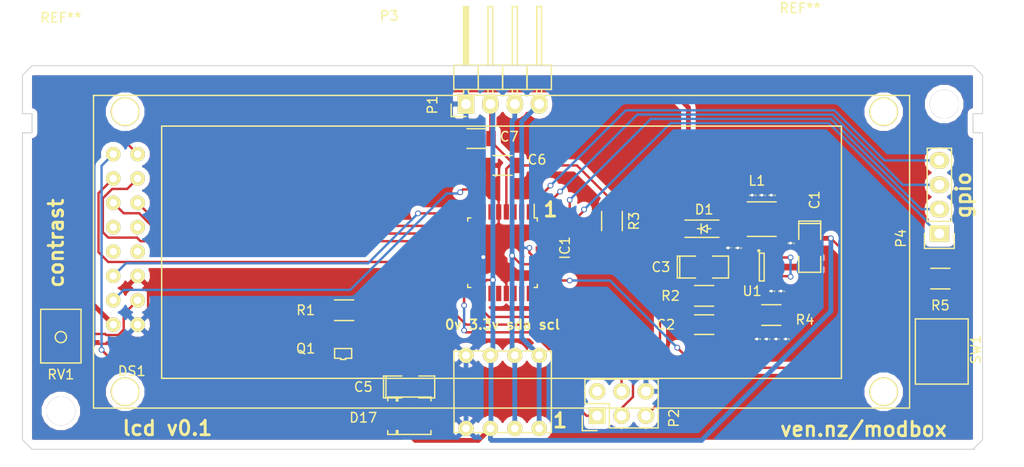
<source format=kicad_pcb>
(kicad_pcb (version 4) (host pcbnew "(2015-06-25 BZR 5821)-product")

  (general
    (links 82)
    (no_connects 0)
    (area 114.949999 49.949999 215.050001 90.050001)
    (thickness 1.6)
    (drawings 52)
    (tracks 293)
    (zones 0)
    (modules 38)
    (nets 27)
  )

  (page A4)
  (layers
    (0 F.Cu signal)
    (31 B.Cu signal)
    (32 B.Adhes user)
    (33 F.Adhes user)
    (34 B.Paste user)
    (35 F.Paste user)
    (36 B.SilkS user)
    (37 F.SilkS user)
    (38 B.Mask user)
    (39 F.Mask user)
    (40 Dwgs.User user hide)
    (41 Cmts.User user)
    (42 Eco1.User user)
    (43 Eco2.User user)
    (44 Edge.Cuts user)
    (45 Margin user)
    (46 B.CrtYd user)
    (47 F.CrtYd user)
    (48 B.Fab user)
    (49 F.Fab user)
  )

  (setup
    (last_trace_width 0.25)
    (trace_clearance 0.2)
    (zone_clearance 0.508)
    (zone_45_only no)
    (trace_min 0.2)
    (segment_width 0.2)
    (edge_width 0.1)
    (via_size 0.6)
    (via_drill 0.4)
    (via_min_size 0.4)
    (via_min_drill 0.3)
    (uvia_size 0.3)
    (uvia_drill 0.1)
    (uvias_allowed no)
    (uvia_min_size 0.2)
    (uvia_min_drill 0.1)
    (pcb_text_width 0.3)
    (pcb_text_size 1.5 1.5)
    (mod_edge_width 0.15)
    (mod_text_size 1 1)
    (mod_text_width 0.15)
    (pad_size 0.6 0.6)
    (pad_drill 0.3)
    (pad_to_mask_clearance 0)
    (aux_axis_origin 0 0)
    (visible_elements FFFE7F7F)
    (pcbplotparams
      (layerselection 0x010f0_80000001)
      (usegerberextensions false)
      (excludeedgelayer true)
      (linewidth 0.100000)
      (plotframeref false)
      (viasonmask false)
      (mode 1)
      (useauxorigin false)
      (hpglpennumber 1)
      (hpglpenspeed 20)
      (hpglpendiameter 15)
      (hpglpenoverlay 2)
      (psnegative false)
      (psa4output false)
      (plotreference true)
      (plotvalue false)
      (plotinvisibletext false)
      (padsonsilk false)
      (subtractmaskfromsilk false)
      (outputformat 1)
      (mirror false)
      (drillshape 0)
      (scaleselection 1)
      (outputdirectory fab/))
  )

  (net 0 "")
  (net 1 +3V3)
  (net 2 Earth)
  (net 3 sck)
  (net 4 sda)
  (net 5 scl)
  (net 6 reset)
  (net 7 pwm)
  (net 8 +5V)
  (net 9 "Net-(C2-Pad2)")
  (net 10 "Net-(D1-Pad2)")
  (net 11 "Net-(DS1-Pad3)")
  (net 12 rs)
  (net 13 en)
  (net 14 d4)
  (net 15 d5)
  (net 16 d6)
  (net 17 d7)
  (net 18 "Net-(DS1-Pad16)")
  (net 19 miso)
  (net 20 mosi)
  (net 21 butt)
  (net 22 "Net-(R5-Pad2)")
  (net 23 "Net-(IC1-Pad1)")
  (net 24 "Net-(IC1-Pad30)")
  (net 25 "Net-(IC1-Pad31)")
  (net 26 "Net-(IC1-Pad32)")

  (net_class Default "This is the default net class."
    (clearance 0.2)
    (trace_width 0.25)
    (via_dia 0.6)
    (via_drill 0.4)
    (uvia_dia 0.3)
    (uvia_drill 0.1)
    (add_net +3V3)
    (add_net +5V)
    (add_net Earth)
    (add_net "Net-(C2-Pad2)")
    (add_net "Net-(D1-Pad2)")
    (add_net "Net-(DS1-Pad16)")
    (add_net "Net-(DS1-Pad3)")
    (add_net "Net-(IC1-Pad1)")
    (add_net "Net-(IC1-Pad30)")
    (add_net "Net-(IC1-Pad31)")
    (add_net "Net-(IC1-Pad32)")
    (add_net "Net-(R5-Pad2)")
    (add_net butt)
    (add_net d4)
    (add_net d5)
    (add_net d6)
    (add_net d7)
    (add_net en)
    (add_net miso)
    (add_net mosi)
    (add_net pwm)
    (add_net reset)
    (add_net rs)
    (add_net sck)
    (add_net scl)
    (add_net sda)
  )

  (net_class bus ""
    (clearance 0.2)
    (trace_width 0.5)
    (via_dia 0.6)
    (via_drill 0.4)
    (uvia_dia 0.3)
    (uvia_drill 0.1)
  )

  (module fp:via (layer F.Cu) (tedit 5809D73D) (tstamp 5809D859)
    (at 191 63.5)
    (fp_text reference REF**15 (at 0.075 0.025) (layer F.SilkS)
      (effects (font (size 0.127 0.127) (thickness 0.03175)))
    )
    (fp_text value via (at 0.075 -0.925) (layer F.Fab)
      (effects (font (size 1 1) (thickness 0.15)))
    )
    (pad 1 thru_hole circle (at 0 0) (size 0.6 0.6) (drill 0.3) (layers *.Cu)
      (net 2 Earth) (zone_connect 2))
  )

  (module fp:via (layer F.Cu) (tedit 5809D73D) (tstamp 5809D855)
    (at 192 63.5)
    (fp_text reference REF**14 (at 0.075 0.025) (layer F.SilkS)
      (effects (font (size 0.127 0.127) (thickness 0.03175)))
    )
    (fp_text value via (at 0.075 -0.925) (layer F.Fab)
      (effects (font (size 1 1) (thickness 0.15)))
    )
    (pad 1 thru_hole circle (at 0 0) (size 0.6 0.6) (drill 0.3) (layers *.Cu)
      (net 2 Earth) (zone_connect 2))
  )

  (module fp:via (layer F.Cu) (tedit 5809D73D) (tstamp 5809D851)
    (at 193 63.5)
    (fp_text reference REF**13 (at 0.075 0.025) (layer F.SilkS)
      (effects (font (size 0.127 0.127) (thickness 0.03175)))
    )
    (fp_text value via (at 0.075 -0.925) (layer F.Fab)
      (effects (font (size 1 1) (thickness 0.15)))
    )
    (pad 1 thru_hole circle (at 0 0) (size 0.6 0.6) (drill 0.3) (layers *.Cu)
      (net 2 Earth) (zone_connect 2))
  )

  (module fp:via (layer F.Cu) (tedit 5809D73D) (tstamp 5809D84D)
    (at 195 68.5)
    (fp_text reference REF**12 (at 0.075 0.025) (layer F.SilkS)
      (effects (font (size 0.127 0.127) (thickness 0.03175)))
    )
    (fp_text value via (at 0.075 -0.925) (layer F.Fab)
      (effects (font (size 1 1) (thickness 0.15)))
    )
    (pad 1 thru_hole circle (at 0 0) (size 0.6 0.6) (drill 0.3) (layers *.Cu)
      (net 2 Earth) (zone_connect 2))
  )

  (module fp:via (layer F.Cu) (tedit 5809D73D) (tstamp 5809D849)
    (at 194 73.5)
    (fp_text reference REF**11 (at 0.075 0.025) (layer F.SilkS)
      (effects (font (size 0.127 0.127) (thickness 0.03175)))
    )
    (fp_text value via (at 0.075 -0.925) (layer F.Fab)
      (effects (font (size 1 1) (thickness 0.15)))
    )
    (pad 1 thru_hole circle (at 0 0) (size 0.6 0.6) (drill 0.3) (layers *.Cu)
      (net 2 Earth) (zone_connect 2))
  )

  (module fp:via (layer F.Cu) (tedit 5809D73D) (tstamp 5809D845)
    (at 189.5 69)
    (fp_text reference REF**10 (at 0.075 0.025) (layer F.SilkS)
      (effects (font (size 0.127 0.127) (thickness 0.03175)))
    )
    (fp_text value via (at 0.075 -0.925) (layer F.Fab)
      (effects (font (size 1 1) (thickness 0.15)))
    )
    (pad 1 thru_hole circle (at 0 0) (size 0.6 0.6) (drill 0.3) (layers *.Cu)
      (net 2 Earth) (zone_connect 2))
  )

  (module fp:via (layer F.Cu) (tedit 5809D73D) (tstamp 5809D841)
    (at 191.5 78.5)
    (fp_text reference REF**9 (at 0.075 0.025) (layer F.SilkS)
      (effects (font (size 0.127 0.127) (thickness 0.03175)))
    )
    (fp_text value via (at 0.075 -0.925) (layer F.Fab)
      (effects (font (size 1 1) (thickness 0.15)))
    )
    (pad 1 thru_hole circle (at 0 0) (size 0.6 0.6) (drill 0.3) (layers *.Cu)
      (net 2 Earth) (zone_connect 2))
  )

  (module fp:via (layer F.Cu) (tedit 5809D73D) (tstamp 5809D83D)
    (at 194.5 78.5)
    (fp_text reference REF**8 (at 0.075 0.025) (layer F.SilkS)
      (effects (font (size 0.127 0.127) (thickness 0.03175)))
    )
    (fp_text value via (at 0.075 -0.925) (layer F.Fab)
      (effects (font (size 1 1) (thickness 0.15)))
    )
    (pad 1 thru_hole circle (at 0 0) (size 0.6 0.6) (drill 0.3) (layers *.Cu)
      (net 2 Earth) (zone_connect 2))
  )

  (module fp:via (layer F.Cu) (tedit 5809D73D) (tstamp 5809D839)
    (at 188.5 69)
    (fp_text reference REF**7 (at 0.075 0.025) (layer F.SilkS)
      (effects (font (size 0.127 0.127) (thickness 0.03175)))
    )
    (fp_text value via (at 0.075 -0.925) (layer F.Fab)
      (effects (font (size 1 1) (thickness 0.15)))
    )
    (pad 1 thru_hole circle (at 0 0) (size 0.6 0.6) (drill 0.3) (layers *.Cu)
      (net 2 Earth) (zone_connect 2))
  )

  (module fp:via (layer F.Cu) (tedit 5809D73D) (tstamp 5809D835)
    (at 193 73.5)
    (fp_text reference REF**6 (at 0.075 0.025) (layer F.SilkS)
      (effects (font (size 0.127 0.127) (thickness 0.03175)))
    )
    (fp_text value via (at 0.075 -0.925) (layer F.Fab)
      (effects (font (size 1 1) (thickness 0.15)))
    )
    (pad 1 thru_hole circle (at 0 0) (size 0.6 0.6) (drill 0.3) (layers *.Cu)
      (net 2 Earth) (zone_connect 2))
  )

  (module fp:via (layer F.Cu) (tedit 5809D73D) (tstamp 5809D825)
    (at 192.5 78.5)
    (fp_text reference REF**2 (at 0.075 0.025) (layer F.SilkS)
      (effects (font (size 0.127 0.127) (thickness 0.03175)))
    )
    (fp_text value via (at 0.075 -0.925) (layer F.Fab)
      (effects (font (size 1 1) (thickness 0.15)))
    )
    (pad 1 thru_hole circle (at 0 0) (size 0.6 0.6) (drill 0.3) (layers *.Cu)
      (net 2 Earth) (zone_connect 2))
  )

  (module Housings_QFP:TQFP-32_7x7mm_Pitch0.8mm (layer F.Cu) (tedit 5809D941) (tstamp 57F3D3E4)
    (at 165 69.5 270)
    (descr "32-Lead Plastic Thin Quad Flatpack (PT) - 7x7x1.0 mm Body, 2.00 mm [TQFP] (see Microchip Packaging Specification 00000049BS.pdf)")
    (tags "QFP 0.8")
    (path /57F3D146)
    (attr smd)
    (fp_text reference IC1 (at -0.5 -6.5 270) (layer F.SilkS)
      (effects (font (size 1 1) (thickness 0.15)))
    )
    (fp_text value ATTINY88-A (at 0 6.05 270) (layer F.Fab)
      (effects (font (size 1 1) (thickness 0.15)))
    )
    (fp_line (start -5.3 -5.3) (end -5.3 5.3) (layer F.CrtYd) (width 0.05))
    (fp_line (start 5.3 -5.3) (end 5.3 5.3) (layer F.CrtYd) (width 0.05))
    (fp_line (start -5.3 -5.3) (end 5.3 -5.3) (layer F.CrtYd) (width 0.05))
    (fp_line (start -5.3 5.3) (end 5.3 5.3) (layer F.CrtYd) (width 0.05))
    (fp_line (start -3.625 -3.625) (end -3.625 -3.3) (layer F.SilkS) (width 0.15))
    (fp_line (start 3.625 -3.625) (end 3.625 -3.3) (layer F.SilkS) (width 0.15))
    (fp_line (start 3.625 3.625) (end 3.625 3.3) (layer F.SilkS) (width 0.15))
    (fp_line (start -3.625 3.625) (end -3.625 3.3) (layer F.SilkS) (width 0.15))
    (fp_line (start -3.625 -3.625) (end -3.3 -3.625) (layer F.SilkS) (width 0.15))
    (fp_line (start -3.625 3.625) (end -3.3 3.625) (layer F.SilkS) (width 0.15))
    (fp_line (start 3.625 3.625) (end 3.3 3.625) (layer F.SilkS) (width 0.15))
    (fp_line (start 3.625 -3.625) (end 3.3 -3.625) (layer F.SilkS) (width 0.15))
    (fp_line (start -3.625 -3.3) (end -5.05 -3.3) (layer F.SilkS) (width 0.15))
    (pad 1 smd rect (at -4.25 -2.8 270) (size 1.6 0.55) (layers F.Cu F.Paste F.Mask)
      (net 23 "Net-(IC1-Pad1)"))
    (pad 2 smd rect (at -4.25 -2 270) (size 1.6 0.55) (layers F.Cu F.Paste F.Mask))
    (pad 3 smd rect (at -4.25 -1.2 270) (size 1.6 0.55) (layers F.Cu F.Paste F.Mask))
    (pad 4 smd rect (at -4.25 -0.4 270) (size 1.6 0.55) (layers F.Cu F.Paste F.Mask)
      (net 1 +3V3))
    (pad 5 smd rect (at -4.25 0.4 270) (size 1.6 0.55) (layers F.Cu F.Paste F.Mask)
      (net 2 Earth))
    (pad 6 smd rect (at -4.25 1.2 270) (size 1.6 0.55) (layers F.Cu F.Paste F.Mask))
    (pad 7 smd rect (at -4.25 2 270) (size 1.6 0.55) (layers F.Cu F.Paste F.Mask)
      (net 12 rs))
    (pad 8 smd rect (at -4.25 2.8 270) (size 1.6 0.55) (layers F.Cu F.Paste F.Mask)
      (net 13 en))
    (pad 9 smd rect (at -2.8 4.25) (size 1.6 0.55) (layers F.Cu F.Paste F.Mask)
      (net 14 d4))
    (pad 10 smd rect (at -2 4.25) (size 1.6 0.55) (layers F.Cu F.Paste F.Mask)
      (net 15 d5))
    (pad 11 smd rect (at -1.2 4.25) (size 1.6 0.55) (layers F.Cu F.Paste F.Mask)
      (net 16 d6))
    (pad 12 smd rect (at -0.4 4.25) (size 1.6 0.55) (layers F.Cu F.Paste F.Mask)
      (net 17 d7))
    (pad 13 smd rect (at 0.4 4.25) (size 1.6 0.55) (layers F.Cu F.Paste F.Mask)
      (net 7 pwm))
    (pad 14 smd rect (at 1.2 4.25) (size 1.6 0.55) (layers F.Cu F.Paste F.Mask))
    (pad 15 smd rect (at 2 4.25) (size 1.6 0.55) (layers F.Cu F.Paste F.Mask)
      (net 20 mosi))
    (pad 16 smd rect (at 2.8 4.25) (size 1.6 0.55) (layers F.Cu F.Paste F.Mask)
      (net 19 miso))
    (pad 17 smd rect (at 4.25 2.8 270) (size 1.6 0.55) (layers F.Cu F.Paste F.Mask)
      (net 3 sck))
    (pad 18 smd rect (at 4.25 2 270) (size 1.6 0.55) (layers F.Cu F.Paste F.Mask)
      (net 1 +3V3))
    (pad 19 smd rect (at 4.25 1.2 270) (size 1.6 0.55) (layers F.Cu F.Paste F.Mask))
    (pad 20 smd rect (at 4.25 0.4 270) (size 1.6 0.55) (layers F.Cu F.Paste F.Mask))
    (pad 21 smd rect (at 4.25 -0.4 270) (size 1.6 0.55) (layers F.Cu F.Paste F.Mask)
      (net 2 Earth))
    (pad 22 smd rect (at 4.25 -1.2 270) (size 1.6 0.55) (layers F.Cu F.Paste F.Mask))
    (pad 23 smd rect (at 4.25 -2 270) (size 1.6 0.55) (layers F.Cu F.Paste F.Mask))
    (pad 24 smd rect (at 4.25 -2.8 270) (size 1.6 0.55) (layers F.Cu F.Paste F.Mask))
    (pad 25 smd rect (at 2.8 -4.25) (size 1.6 0.55) (layers F.Cu F.Paste F.Mask)
      (net 21 butt))
    (pad 26 smd rect (at 2 -4.25) (size 1.6 0.55) (layers F.Cu F.Paste F.Mask))
    (pad 27 smd rect (at 1.2 -4.25) (size 1.6 0.55) (layers F.Cu F.Paste F.Mask)
      (net 4 sda))
    (pad 28 smd rect (at 0.4 -4.25) (size 1.6 0.55) (layers F.Cu F.Paste F.Mask)
      (net 5 scl))
    (pad 29 smd rect (at -0.4 -4.25) (size 1.6 0.55) (layers F.Cu F.Paste F.Mask)
      (net 6 reset))
    (pad 30 smd rect (at -1.2 -4.25) (size 1.6 0.55) (layers F.Cu F.Paste F.Mask)
      (net 24 "Net-(IC1-Pad30)"))
    (pad 31 smd rect (at -2 -4.25) (size 1.6 0.55) (layers F.Cu F.Paste F.Mask)
      (net 25 "Net-(IC1-Pad31)"))
    (pad 32 smd rect (at -2.8 -4.25) (size 1.6 0.55) (layers F.Cu F.Paste F.Mask)
      (net 26 "Net-(IC1-Pad32)"))
    (model Housings_QFP.3dshapes/TQFP-32_7x7mm_Pitch0.8mm.wrl
      (at (xyz 0 0 0))
      (scale (xyz 1 1 1))
      (rotate (xyz 0 0 0))
    )
  )

  (module Capacitors_SMD:C_1206 (layer F.Cu) (tedit 57F4E23F) (tstamp 57F3DEB4)
    (at 165 60.4 180)
    (descr "Capacitor SMD 1206, reflow soldering, AVX (see smccp.pdf)")
    (tags "capacitor 1206")
    (path /57F42BE4)
    (attr smd)
    (fp_text reference C6 (at -3.6 0.6 180) (layer F.SilkS)
      (effects (font (size 1 1) (thickness 0.15)))
    )
    (fp_text value 0.1u (at 0 2.3 180) (layer F.Fab)
      (effects (font (size 1 1) (thickness 0.15)))
    )
    (fp_line (start -2.3 -1.15) (end 2.3 -1.15) (layer F.CrtYd) (width 0.05))
    (fp_line (start -2.3 1.15) (end 2.3 1.15) (layer F.CrtYd) (width 0.05))
    (fp_line (start -2.3 -1.15) (end -2.3 1.15) (layer F.CrtYd) (width 0.05))
    (fp_line (start 2.3 -1.15) (end 2.3 1.15) (layer F.CrtYd) (width 0.05))
    (fp_line (start 1 -1.025) (end -1 -1.025) (layer F.SilkS) (width 0.15))
    (fp_line (start -1 1.025) (end 1 1.025) (layer F.SilkS) (width 0.15))
    (pad 1 smd rect (at -1.5 0 180) (size 1 1.6) (layers F.Cu F.Paste F.Mask)
      (net 1 +3V3))
    (pad 2 smd rect (at 1.5 0 180) (size 1 1.6) (layers F.Cu F.Paste F.Mask)
      (net 2 Earth))
    (model Capacitors_SMD.3dshapes/C_1206.wrl
      (at (xyz 0 0 0))
      (scale (xyz 1 1 1))
      (rotate (xyz 0 0 0))
    )
  )

  (module Pin_Headers:Pin_Header_Straight_2x03 (layer F.Cu) (tedit 57F4E206) (tstamp 57F3DF26)
    (at 174.86 86.5 90)
    (descr "Through hole pin header")
    (tags "pin header")
    (path /57F3D445)
    (fp_text reference P2 (at -0.25 8 90) (layer F.SilkS)
      (effects (font (size 1 1) (thickness 0.15)))
    )
    (fp_text value CONN_02X03 (at 0 -3.1 90) (layer F.Fab)
      (effects (font (size 1 1) (thickness 0.15)))
    )
    (fp_line (start -1.27 1.27) (end -1.27 6.35) (layer F.SilkS) (width 0.15))
    (fp_line (start -1.55 -1.55) (end 0 -1.55) (layer F.SilkS) (width 0.15))
    (fp_line (start -1.75 -1.75) (end -1.75 6.85) (layer F.CrtYd) (width 0.05))
    (fp_line (start 4.3 -1.75) (end 4.3 6.85) (layer F.CrtYd) (width 0.05))
    (fp_line (start -1.75 -1.75) (end 4.3 -1.75) (layer F.CrtYd) (width 0.05))
    (fp_line (start -1.75 6.85) (end 4.3 6.85) (layer F.CrtYd) (width 0.05))
    (fp_line (start 1.27 -1.27) (end 1.27 1.27) (layer F.SilkS) (width 0.15))
    (fp_line (start 1.27 1.27) (end -1.27 1.27) (layer F.SilkS) (width 0.15))
    (fp_line (start -1.27 6.35) (end 3.81 6.35) (layer F.SilkS) (width 0.15))
    (fp_line (start 3.81 6.35) (end 3.81 1.27) (layer F.SilkS) (width 0.15))
    (fp_line (start -1.55 -1.55) (end -1.55 0) (layer F.SilkS) (width 0.15))
    (fp_line (start 3.81 -1.27) (end 1.27 -1.27) (layer F.SilkS) (width 0.15))
    (fp_line (start 3.81 1.27) (end 3.81 -1.27) (layer F.SilkS) (width 0.15))
    (pad 1 thru_hole rect (at 0 0 90) (size 1.7272 1.7272) (drill 1.016) (layers *.Cu *.Mask F.SilkS)
      (net 19 miso))
    (pad 2 thru_hole oval (at 2.54 0 90) (size 1.7272 1.7272) (drill 1.016) (layers *.Cu *.Mask F.SilkS))
    (pad 3 thru_hole oval (at 0 2.54 90) (size 1.7272 1.7272) (drill 1.016) (layers *.Cu *.Mask F.SilkS)
      (net 3 sck))
    (pad 4 thru_hole oval (at 2.54 2.54 90) (size 1.7272 1.7272) (drill 1.016) (layers *.Cu *.Mask F.SilkS)
      (net 20 mosi))
    (pad 5 thru_hole oval (at 0 5.08 90) (size 1.7272 1.7272) (drill 1.016) (layers *.Cu *.Mask F.SilkS)
      (net 6 reset))
    (pad 6 thru_hole oval (at 2.54 5.08 90) (size 1.7272 1.7272) (drill 1.016) (layers *.Cu *.Mask F.SilkS)
      (net 2 Earth))
    (model Pin_Headers.3dshapes/Pin_Header_Straight_2x03.wrl
      (at (xyz 0.05 -0.1 0))
      (scale (xyz 1 1 1))
      (rotate (xyz 0 0 90))
    )
  )

  (module Resistors_SMD:R_1206 (layer F.Cu) (tedit 5415CFA7) (tstamp 57F3DF38)
    (at 176.4 66.2 270)
    (descr "Resistor SMD 1206, reflow soldering, Vishay (see dcrcw.pdf)")
    (tags "resistor 1206")
    (path /57F3D73F)
    (attr smd)
    (fp_text reference R3 (at 0 -2.3 270) (layer F.SilkS)
      (effects (font (size 1 1) (thickness 0.15)))
    )
    (fp_text value 20k (at 0 2.3 270) (layer F.Fab)
      (effects (font (size 1 1) (thickness 0.15)))
    )
    (fp_line (start -2.2 -1.2) (end 2.2 -1.2) (layer F.CrtYd) (width 0.05))
    (fp_line (start -2.2 1.2) (end 2.2 1.2) (layer F.CrtYd) (width 0.05))
    (fp_line (start -2.2 -1.2) (end -2.2 1.2) (layer F.CrtYd) (width 0.05))
    (fp_line (start 2.2 -1.2) (end 2.2 1.2) (layer F.CrtYd) (width 0.05))
    (fp_line (start 1 1.075) (end -1 1.075) (layer F.SilkS) (width 0.15))
    (fp_line (start -1 -1.075) (end 1 -1.075) (layer F.SilkS) (width 0.15))
    (pad 1 smd rect (at -1.45 0 270) (size 0.9 1.7) (layers F.Cu F.Paste F.Mask)
      (net 1 +3V3))
    (pad 2 smd rect (at 1.45 0 270) (size 0.9 1.7) (layers F.Cu F.Paste F.Mask)
      (net 6 reset))
    (model Resistors_SMD.3dshapes/R_1206.wrl
      (at (xyz 0 0 0))
      (scale (xyz 1 1 1))
      (rotate (xyz 0 0 0))
    )
  )

  (module Mounting_Holes:MountingHole_3mm (layer F.Cu) (tedit 0) (tstamp 57F4E5C2)
    (at 119 86)
    (descr "Mounting hole, Befestigungsbohrung, 3mm, No Annular, Kein Restring,")
    (tags "Mounting hole, Befestigungsbohrung, 3mm, No Annular, Kein Restring,")
    (fp_text reference REF** (at 0 -41) (layer F.SilkS)
      (effects (font (size 1 1) (thickness 0.15)))
    )
    (fp_text value MountingHole_3mm (at 1.00076 5.00126) (layer F.Fab)
      (effects (font (size 1 1) (thickness 0.15)))
    )
    (fp_circle (center 0 0) (end 3 0) (layer Cmts.User) (width 0.381))
    (pad 1 thru_hole circle (at 0 0) (size 3 3) (drill 3) (layers))
  )

  (module Mounting_Holes:MountingHole_3mm (layer F.Cu) (tedit 0) (tstamp 57F4E5CD)
    (at 211 54)
    (descr "Mounting hole, Befestigungsbohrung, 3mm, No Annular, Kein Restring,")
    (tags "Mounting hole, Befestigungsbohrung, 3mm, No Annular, Kein Restring,")
    (fp_text reference REF** (at -15 -10) (layer F.SilkS)
      (effects (font (size 1 1) (thickness 0.15)))
    )
    (fp_text value MountingHole_3mm (at 1.00076 5.00126) (layer F.Fab)
      (effects (font (size 1 1) (thickness 0.15)))
    )
    (fp_circle (center 0 0) (end 3 0) (layer Cmts.User) (width 0.381))
    (pad 1 thru_hole circle (at 0 0) (size 3 3) (drill 3) (layers))
  )

  (module Capacitors_SMD:C_1206 (layer F.Cu) (tedit 5415D7BD) (tstamp 57F78C1B)
    (at 162.3 57.6 180)
    (descr "Capacitor SMD 1206, reflow soldering, AVX (see smccp.pdf)")
    (tags "capacitor 1206")
    (path /57F42D4D)
    (attr smd)
    (fp_text reference C7 (at -3.4 0.2 180) (layer F.SilkS)
      (effects (font (size 1 1) (thickness 0.15)))
    )
    (fp_text value 1u (at 0 2.3 180) (layer F.Fab)
      (effects (font (size 1 1) (thickness 0.15)))
    )
    (fp_line (start -2.3 -1.15) (end 2.3 -1.15) (layer F.CrtYd) (width 0.05))
    (fp_line (start -2.3 1.15) (end 2.3 1.15) (layer F.CrtYd) (width 0.05))
    (fp_line (start -2.3 -1.15) (end -2.3 1.15) (layer F.CrtYd) (width 0.05))
    (fp_line (start 2.3 -1.15) (end 2.3 1.15) (layer F.CrtYd) (width 0.05))
    (fp_line (start 1 -1.025) (end -1 -1.025) (layer F.SilkS) (width 0.15))
    (fp_line (start -1 1.025) (end 1 1.025) (layer F.SilkS) (width 0.15))
    (pad 1 smd rect (at -1.5 0 180) (size 1 1.6) (layers F.Cu F.Paste F.Mask)
      (net 1 +3V3))
    (pad 2 smd rect (at 1.5 0 180) (size 1 1.6) (layers F.Cu F.Paste F.Mask)
      (net 2 Earth))
    (model Capacitors_SMD.3dshapes/C_1206.wrl
      (at (xyz 0 0 0))
      (scale (xyz 1 1 1))
      (rotate (xyz 0 0 0))
    )
  )

  (module Diodes_SMD:DO-214BA (layer F.Cu) (tedit 54DF7BCF) (tstamp 57F78C25)
    (at 155.3 86.5)
    (descr "Microsemi LSM115J")
    (tags "DO-214BA diode")
    (path /57F78F7E)
    (attr smd)
    (fp_text reference D17 (at -4.8 0.2) (layer F.SilkS)
      (effects (font (size 1 1) (thickness 0.15)))
    )
    (fp_text value 1A (at 0 3) (layer F.Fab)
      (effects (font (size 1 1) (thickness 0.15)))
    )
    (fp_line (start -3 -2.25) (end 3 -2.25) (layer F.CrtYd) (width 0.05))
    (fp_line (start 3 -2.25) (end 3 2.25) (layer F.CrtYd) (width 0.05))
    (fp_line (start 3 2.25) (end -3 2.25) (layer F.CrtYd) (width 0.05))
    (fp_line (start -3 2.25) (end -3 -2.25) (layer F.CrtYd) (width 0.05))
    (fp_line (start -2.25 -1.95) (end -2.25 -1.55) (layer F.SilkS) (width 0.15))
    (fp_line (start -2.25 1.95) (end -2.25 1.55) (layer F.SilkS) (width 0.15))
    (fp_line (start 2.25 1.95) (end 2.25 1.55) (layer F.SilkS) (width 0.15))
    (fp_line (start 2.25 -1.95) (end 2.25 -1.55) (layer F.SilkS) (width 0.15))
    (fp_line (start -1.35 1.95) (end -1.35 1.55) (layer F.SilkS) (width 0.15))
    (fp_line (start -1.35 1.55) (end -1.2 1.55) (layer F.SilkS) (width 0.15))
    (fp_line (start -1.2 1.55) (end -1.2 1.95) (layer F.SilkS) (width 0.15))
    (fp_line (start -1.35 -1.95) (end -1.35 -1.55) (layer F.SilkS) (width 0.15))
    (fp_line (start -1.35 -1.55) (end -1.2 -1.55) (layer F.SilkS) (width 0.15))
    (fp_line (start -1.2 -1.55) (end -1.2 -1.95) (layer F.SilkS) (width 0.15))
    (fp_line (start -2.25 -1.95) (end 2.25 -1.95) (layer F.SilkS) (width 0.15))
    (fp_line (start 2.25 1.95) (end -2.25 1.95) (layer F.SilkS) (width 0.15))
    (pad 2 smd rect (at 1.7 0) (size 2 2.5) (layers F.Cu F.Paste F.Mask)
      (net 2 Earth))
    (pad 1 smd rect (at -1.7 0) (size 2 2.5) (layers F.Cu F.Paste F.Mask)
      (net 1 +3V3))
  )

  (module TO_SOT_Packages_SMD:SOT-323 (layer F.Cu) (tedit 5809D103) (tstamp 57FF7BEB)
    (at 148.4 80)
    (tags "SMD SOT")
    (path /57FF80B6)
    (attr smd)
    (fp_text reference Q1 (at -3.9 -0.5) (layer F.SilkS)
      (effects (font (size 1 1) (thickness 0.15)))
    )
    (fp_text value MMBF170 (at 0 0) (layer F.Fab)
      (effects (font (size 1 1) (thickness 0.15)))
    )
    (fp_line (start 0.254 0.508) (end 0.889 0.508) (layer F.SilkS) (width 0.15))
    (fp_line (start 0.889 0.508) (end 0.889 -0.508) (layer F.SilkS) (width 0.15))
    (fp_line (start -0.889 -0.508) (end -0.889 0.508) (layer F.SilkS) (width 0.15))
    (fp_line (start -0.889 0.508) (end -0.254 0.508) (layer F.SilkS) (width 0.15))
    (fp_line (start 0.254 0.635) (end 0.254 0.508) (layer F.SilkS) (width 0.15))
    (fp_line (start -0.254 0.508) (end -0.254 0.635) (layer F.SilkS) (width 0.15))
    (fp_line (start 0.889 -0.508) (end -0.889 -0.508) (layer F.SilkS) (width 0.15))
    (fp_line (start -0.254 0.635) (end 0.254 0.635) (layer F.SilkS) (width 0.15))
    (pad 2 smd rect (at -0.65024 -0.94996) (size 0.59944 1.00076) (layers F.Cu F.Paste F.Mask)
      (net 2 Earth))
    (pad 1 smd rect (at 0.65024 -0.94996) (size 0.59944 1.00076) (layers F.Cu F.Paste F.Mask)
      (net 7 pwm))
    (pad 3 smd rect (at 0 0.94996) (size 0.59944 1.00076) (layers F.Cu F.Paste F.Mask)
      (net 18 "Net-(DS1-Pad16)"))
    (model TO_SOT_Packages_SMD.3dshapes/SOT-323.wrl
      (at (xyz 0 0 0.001))
      (scale (xyz 0.3937 0.3937 0.3937))
      (rotate (xyz 0 0 0))
    )
  )

  (module Pin_Headers:Pin_Header_Angled_1x04 (layer F.Cu) (tedit 0) (tstamp 57FF7CA2)
    (at 161.2 54 90)
    (descr "Through hole pin header")
    (tags "pin header")
    (path /57FFBB99)
    (fp_text reference P1 (at -0.1 -3.5 90) (layer F.SilkS)
      (effects (font (size 1 1) (thickness 0.15)))
    )
    (fp_text value CONN_01X04 (at 0 -3.1 90) (layer F.Fab)
      (effects (font (size 1 1) (thickness 0.15)))
    )
    (fp_line (start -1.5 -1.75) (end -1.5 9.4) (layer F.CrtYd) (width 0.05))
    (fp_line (start 10.65 -1.75) (end 10.65 9.4) (layer F.CrtYd) (width 0.05))
    (fp_line (start -1.5 -1.75) (end 10.65 -1.75) (layer F.CrtYd) (width 0.05))
    (fp_line (start -1.5 9.4) (end 10.65 9.4) (layer F.CrtYd) (width 0.05))
    (fp_line (start -1.3 -1.55) (end -1.3 0) (layer F.SilkS) (width 0.15))
    (fp_line (start 0 -1.55) (end -1.3 -1.55) (layer F.SilkS) (width 0.15))
    (fp_line (start 4.191 -0.127) (end 10.033 -0.127) (layer F.SilkS) (width 0.15))
    (fp_line (start 10.033 -0.127) (end 10.033 0.127) (layer F.SilkS) (width 0.15))
    (fp_line (start 10.033 0.127) (end 4.191 0.127) (layer F.SilkS) (width 0.15))
    (fp_line (start 4.191 0.127) (end 4.191 0) (layer F.SilkS) (width 0.15))
    (fp_line (start 4.191 0) (end 10.033 0) (layer F.SilkS) (width 0.15))
    (fp_line (start 1.524 -0.254) (end 1.143 -0.254) (layer F.SilkS) (width 0.15))
    (fp_line (start 1.524 0.254) (end 1.143 0.254) (layer F.SilkS) (width 0.15))
    (fp_line (start 1.524 2.286) (end 1.143 2.286) (layer F.SilkS) (width 0.15))
    (fp_line (start 1.524 2.794) (end 1.143 2.794) (layer F.SilkS) (width 0.15))
    (fp_line (start 1.524 4.826) (end 1.143 4.826) (layer F.SilkS) (width 0.15))
    (fp_line (start 1.524 5.334) (end 1.143 5.334) (layer F.SilkS) (width 0.15))
    (fp_line (start 1.524 7.874) (end 1.143 7.874) (layer F.SilkS) (width 0.15))
    (fp_line (start 1.524 7.366) (end 1.143 7.366) (layer F.SilkS) (width 0.15))
    (fp_line (start 1.524 -1.27) (end 4.064 -1.27) (layer F.SilkS) (width 0.15))
    (fp_line (start 1.524 1.27) (end 4.064 1.27) (layer F.SilkS) (width 0.15))
    (fp_line (start 1.524 1.27) (end 1.524 3.81) (layer F.SilkS) (width 0.15))
    (fp_line (start 1.524 3.81) (end 4.064 3.81) (layer F.SilkS) (width 0.15))
    (fp_line (start 4.064 2.286) (end 10.16 2.286) (layer F.SilkS) (width 0.15))
    (fp_line (start 10.16 2.286) (end 10.16 2.794) (layer F.SilkS) (width 0.15))
    (fp_line (start 10.16 2.794) (end 4.064 2.794) (layer F.SilkS) (width 0.15))
    (fp_line (start 4.064 3.81) (end 4.064 1.27) (layer F.SilkS) (width 0.15))
    (fp_line (start 4.064 1.27) (end 4.064 -1.27) (layer F.SilkS) (width 0.15))
    (fp_line (start 10.16 0.254) (end 4.064 0.254) (layer F.SilkS) (width 0.15))
    (fp_line (start 10.16 -0.254) (end 10.16 0.254) (layer F.SilkS) (width 0.15))
    (fp_line (start 4.064 -0.254) (end 10.16 -0.254) (layer F.SilkS) (width 0.15))
    (fp_line (start 1.524 1.27) (end 4.064 1.27) (layer F.SilkS) (width 0.15))
    (fp_line (start 1.524 -1.27) (end 1.524 1.27) (layer F.SilkS) (width 0.15))
    (fp_line (start 1.524 6.35) (end 4.064 6.35) (layer F.SilkS) (width 0.15))
    (fp_line (start 1.524 6.35) (end 1.524 8.89) (layer F.SilkS) (width 0.15))
    (fp_line (start 1.524 8.89) (end 4.064 8.89) (layer F.SilkS) (width 0.15))
    (fp_line (start 4.064 7.366) (end 10.16 7.366) (layer F.SilkS) (width 0.15))
    (fp_line (start 10.16 7.366) (end 10.16 7.874) (layer F.SilkS) (width 0.15))
    (fp_line (start 10.16 7.874) (end 4.064 7.874) (layer F.SilkS) (width 0.15))
    (fp_line (start 4.064 8.89) (end 4.064 6.35) (layer F.SilkS) (width 0.15))
    (fp_line (start 4.064 6.35) (end 4.064 3.81) (layer F.SilkS) (width 0.15))
    (fp_line (start 10.16 5.334) (end 4.064 5.334) (layer F.SilkS) (width 0.15))
    (fp_line (start 10.16 4.826) (end 10.16 5.334) (layer F.SilkS) (width 0.15))
    (fp_line (start 4.064 4.826) (end 10.16 4.826) (layer F.SilkS) (width 0.15))
    (fp_line (start 1.524 6.35) (end 4.064 6.35) (layer F.SilkS) (width 0.15))
    (fp_line (start 1.524 3.81) (end 1.524 6.35) (layer F.SilkS) (width 0.15))
    (fp_line (start 1.524 3.81) (end 4.064 3.81) (layer F.SilkS) (width 0.15))
    (pad 1 thru_hole rect (at 0 0 90) (size 2.032 1.7272) (drill 1.016) (layers *.Cu *.Mask F.SilkS)
      (net 2 Earth))
    (pad 2 thru_hole oval (at 0 2.54 90) (size 2.032 1.7272) (drill 1.016) (layers *.Cu *.Mask F.SilkS)
      (net 1 +3V3))
    (pad 3 thru_hole oval (at 0 5.08 90) (size 2.032 1.7272) (drill 1.016) (layers *.Cu *.Mask F.SilkS)
      (net 4 sda))
    (pad 4 thru_hole oval (at 0 7.62 90) (size 2.032 1.7272) (drill 1.016) (layers *.Cu *.Mask F.SilkS)
      (net 5 scl))
    (model Pin_Headers.3dshapes/Pin_Header_Angled_1x04.wrl
      (at (xyz 0 -0.15 0))
      (scale (xyz 1 1 1))
      (rotate (xyz 0 0 90))
    )
  )

  (module "fp:molex 4way cgrid" (layer F.Cu) (tedit 57FF841F) (tstamp 57FF8591)
    (at 161.2 80.2)
    (path /57FFBCC6)
    (fp_text reference P3 (at -8 -35.4) (layer F.SilkS)
      (effects (font (size 1 1) (thickness 0.15)))
    )
    (fp_text value CONN_01X04 (at 3.5306 2.8702) (layer F.Fab)
      (effects (font (size 1 1) (thickness 0.15)))
    )
    (fp_line (start -1.27 -0.4572) (end -1.2446 8.0518) (layer F.SilkS) (width 0.15))
    (fp_line (start -1.2446 8.0518) (end 8.89 8.0518) (layer F.SilkS) (width 0.15))
    (fp_line (start 8.89 8.0518) (end 8.89 -0.4572) (layer F.SilkS) (width 0.15))
    (fp_line (start 8.89 -0.4572) (end -1.27 -0.4572) (layer F.SilkS) (width 0.15))
    (pad 1 thru_hole circle (at 0 0) (size 1.6 1.6) (drill 0.8) (layers *.Cu *.Mask F.SilkS)
      (net 2 Earth))
    (pad 2 thru_hole circle (at 2.54 0) (size 1.6 1.6) (drill 0.8) (layers *.Cu *.Mask F.SilkS)
      (net 1 +3V3))
    (pad 3 thru_hole circle (at 5.08 0) (size 1.6 1.6) (drill 0.8) (layers *.Cu *.Mask F.SilkS)
      (net 4 sda))
    (pad 4 thru_hole circle (at 7.62 0) (size 1.6 1.6) (drill 0.8) (layers *.Cu *.Mask F.SilkS)
      (net 5 scl))
    (pad 1 thru_hole circle (at 0 7.62) (size 1.6 1.6) (drill 0.8) (layers *.Cu *.Mask F.SilkS)
      (net 2 Earth))
    (pad 2 thru_hole circle (at 2.54 7.62) (size 1.6 1.6) (drill 0.8) (layers *.Cu *.Mask F.SilkS)
      (net 1 +3V3))
    (pad 3 thru_hole circle (at 5.08 7.62) (size 1.6 1.6) (drill 0.8) (layers *.Cu *.Mask F.SilkS)
      (net 4 sda))
    (pad 4 thru_hole circle (at 7.62 7.62) (size 1.6 1.6) (drill 0.8) (layers *.Cu *.Mask F.SilkS)
      (net 5 scl))
  )

  (module SMD_Packages:SMD-1206_Pol (layer F.Cu) (tedit 5809D0C7) (tstamp 5800D3A5)
    (at 197 69 270)
    (path /5800ECEF)
    (attr smd)
    (fp_text reference C1 (at -5 -0.5 270) (layer F.SilkS)
      (effects (font (size 1 1) (thickness 0.15)))
    )
    (fp_text value 4.7u (at 0 0 270) (layer F.Fab)
      (effects (font (size 1 1) (thickness 0.15)))
    )
    (fp_line (start -2.54 -1.143) (end -2.794 -1.143) (layer F.SilkS) (width 0.15))
    (fp_line (start -2.794 -1.143) (end -2.794 1.143) (layer F.SilkS) (width 0.15))
    (fp_line (start -2.794 1.143) (end -2.54 1.143) (layer F.SilkS) (width 0.15))
    (fp_line (start -2.54 -1.143) (end -2.54 1.143) (layer F.SilkS) (width 0.15))
    (fp_line (start -2.54 1.143) (end -0.889 1.143) (layer F.SilkS) (width 0.15))
    (fp_line (start 0.889 -1.143) (end 2.54 -1.143) (layer F.SilkS) (width 0.15))
    (fp_line (start 2.54 -1.143) (end 2.54 1.143) (layer F.SilkS) (width 0.15))
    (fp_line (start 2.54 1.143) (end 0.889 1.143) (layer F.SilkS) (width 0.15))
    (fp_line (start -0.889 -1.143) (end -2.54 -1.143) (layer F.SilkS) (width 0.15))
    (pad 1 smd rect (at -1.651 0 270) (size 1.524 2.032) (layers F.Cu F.Paste F.Mask)
      (net 1 +3V3))
    (pad 2 smd rect (at 1.651 0 270) (size 1.524 2.032) (layers F.Cu F.Paste F.Mask)
      (net 2 Earth))
    (model SMD_Packages.3dshapes/SMD-1206_Pol.wrl
      (at (xyz 0 0 0))
      (scale (xyz 0.17 0.16 0.16))
      (rotate (xyz 0 0 0))
    )
  )

  (module Capacitors_SMD:C_1206 (layer F.Cu) (tedit 5809D0CF) (tstamp 5800D3AB)
    (at 186 77)
    (descr "Capacitor SMD 1206, reflow soldering, AVX (see smccp.pdf)")
    (tags "capacitor 1206")
    (path /5800E5C9)
    (attr smd)
    (fp_text reference C2 (at -4 0) (layer F.SilkS)
      (effects (font (size 1 1) (thickness 0.15)))
    )
    (fp_text value 3.3pf (at 0 2.3) (layer F.Fab)
      (effects (font (size 1 1) (thickness 0.15)))
    )
    (fp_line (start -2.3 -1.15) (end 2.3 -1.15) (layer F.CrtYd) (width 0.05))
    (fp_line (start -2.3 1.15) (end 2.3 1.15) (layer F.CrtYd) (width 0.05))
    (fp_line (start -2.3 -1.15) (end -2.3 1.15) (layer F.CrtYd) (width 0.05))
    (fp_line (start 2.3 -1.15) (end 2.3 1.15) (layer F.CrtYd) (width 0.05))
    (fp_line (start 1 -1.025) (end -1 -1.025) (layer F.SilkS) (width 0.15))
    (fp_line (start -1 1.025) (end 1 1.025) (layer F.SilkS) (width 0.15))
    (pad 1 smd rect (at -1.5 0) (size 1 1.6) (layers F.Cu F.Paste F.Mask)
      (net 8 +5V))
    (pad 2 smd rect (at 1.5 0) (size 1 1.6) (layers F.Cu F.Paste F.Mask)
      (net 9 "Net-(C2-Pad2)"))
    (model Capacitors_SMD.3dshapes/C_1206.wrl
      (at (xyz 0 0 0))
      (scale (xyz 1 1 1))
      (rotate (xyz 0 0 0))
    )
  )

  (module SMD_Packages:SMD-1206_Pol (layer F.Cu) (tedit 5809D0D9) (tstamp 5800D3B1)
    (at 186 71)
    (path /5800E630)
    (attr smd)
    (fp_text reference C3 (at -4.5 0) (layer F.SilkS)
      (effects (font (size 1 1) (thickness 0.15)))
    )
    (fp_text value 4.7u (at 0 0) (layer F.Fab)
      (effects (font (size 1 1) (thickness 0.15)))
    )
    (fp_line (start -2.54 -1.143) (end -2.794 -1.143) (layer F.SilkS) (width 0.15))
    (fp_line (start -2.794 -1.143) (end -2.794 1.143) (layer F.SilkS) (width 0.15))
    (fp_line (start -2.794 1.143) (end -2.54 1.143) (layer F.SilkS) (width 0.15))
    (fp_line (start -2.54 -1.143) (end -2.54 1.143) (layer F.SilkS) (width 0.15))
    (fp_line (start -2.54 1.143) (end -0.889 1.143) (layer F.SilkS) (width 0.15))
    (fp_line (start 0.889 -1.143) (end 2.54 -1.143) (layer F.SilkS) (width 0.15))
    (fp_line (start 2.54 -1.143) (end 2.54 1.143) (layer F.SilkS) (width 0.15))
    (fp_line (start 2.54 1.143) (end 0.889 1.143) (layer F.SilkS) (width 0.15))
    (fp_line (start -0.889 -1.143) (end -2.54 -1.143) (layer F.SilkS) (width 0.15))
    (pad 1 smd rect (at -1.651 0) (size 1.524 2.032) (layers F.Cu F.Paste F.Mask)
      (net 8 +5V))
    (pad 2 smd rect (at 1.651 0) (size 1.524 2.032) (layers F.Cu F.Paste F.Mask)
      (net 2 Earth))
    (model SMD_Packages.3dshapes/SMD-1206_Pol.wrl
      (at (xyz 0 0 0))
      (scale (xyz 0.17 0.16 0.16))
      (rotate (xyz 0 0 0))
    )
  )

  (module Diodes_SMD:SOD-123 (layer F.Cu) (tedit 5530FCB9) (tstamp 5800D3B7)
    (at 186 67)
    (descr SOD-123)
    (tags SOD-123)
    (path /5800E2AD)
    (attr smd)
    (fp_text reference D1 (at 0 -2) (layer F.SilkS)
      (effects (font (size 1 1) (thickness 0.15)))
    )
    (fp_text value D_Schottky (at 0 2.1) (layer F.Fab)
      (effects (font (size 1 1) (thickness 0.15)))
    )
    (fp_line (start 0.3175 0) (end 0.6985 0) (layer F.SilkS) (width 0.15))
    (fp_line (start -0.6985 0) (end -0.3175 0) (layer F.SilkS) (width 0.15))
    (fp_line (start -0.3175 0) (end 0.3175 -0.381) (layer F.SilkS) (width 0.15))
    (fp_line (start 0.3175 -0.381) (end 0.3175 0.381) (layer F.SilkS) (width 0.15))
    (fp_line (start 0.3175 0.381) (end -0.3175 0) (layer F.SilkS) (width 0.15))
    (fp_line (start -0.3175 -0.508) (end -0.3175 0.508) (layer F.SilkS) (width 0.15))
    (fp_line (start -2.25 -1.05) (end 2.25 -1.05) (layer F.CrtYd) (width 0.05))
    (fp_line (start 2.25 -1.05) (end 2.25 1.05) (layer F.CrtYd) (width 0.05))
    (fp_line (start 2.25 1.05) (end -2.25 1.05) (layer F.CrtYd) (width 0.05))
    (fp_line (start -2.25 -1.05) (end -2.25 1.05) (layer F.CrtYd) (width 0.05))
    (fp_line (start -2 0.9) (end 1.54 0.9) (layer F.SilkS) (width 0.15))
    (fp_line (start -2 -0.9) (end 1.54 -0.9) (layer F.SilkS) (width 0.15))
    (pad 1 smd rect (at -1.635 0) (size 0.91 1.22) (layers F.Cu F.Paste F.Mask)
      (net 8 +5V))
    (pad 2 smd rect (at 1.635 0) (size 0.91 1.22) (layers F.Cu F.Paste F.Mask)
      (net 10 "Net-(D1-Pad2)"))
  )

  (module Resistors_SMD:R_1206 (layer F.Cu) (tedit 5809D101) (tstamp 5800D3DB)
    (at 148.5 75.5 180)
    (descr "Resistor SMD 1206, reflow soldering, Vishay (see dcrcw.pdf)")
    (tags "resistor 1206")
    (path /5800D8B8)
    (attr smd)
    (fp_text reference R1 (at 4 0 180) (layer F.SilkS)
      (effects (font (size 1 1) (thickness 0.15)))
    )
    (fp_text value 10k (at 0 2.3 180) (layer F.Fab)
      (effects (font (size 1 1) (thickness 0.15)))
    )
    (fp_line (start -2.2 -1.2) (end 2.2 -1.2) (layer F.CrtYd) (width 0.05))
    (fp_line (start -2.2 1.2) (end 2.2 1.2) (layer F.CrtYd) (width 0.05))
    (fp_line (start -2.2 -1.2) (end -2.2 1.2) (layer F.CrtYd) (width 0.05))
    (fp_line (start 2.2 -1.2) (end 2.2 1.2) (layer F.CrtYd) (width 0.05))
    (fp_line (start 1 1.075) (end -1 1.075) (layer F.SilkS) (width 0.15))
    (fp_line (start -1 -1.075) (end 1 -1.075) (layer F.SilkS) (width 0.15))
    (pad 1 smd rect (at -1.45 0 180) (size 0.9 1.7) (layers F.Cu F.Paste F.Mask)
      (net 7 pwm))
    (pad 2 smd rect (at 1.45 0 180) (size 0.9 1.7) (layers F.Cu F.Paste F.Mask)
      (net 2 Earth))
    (model Resistors_SMD.3dshapes/R_1206.wrl
      (at (xyz 0 0 0))
      (scale (xyz 1 1 1))
      (rotate (xyz 0 0 0))
    )
  )

  (module Resistors_SMD:R_1206 (layer F.Cu) (tedit 5809D0CD) (tstamp 5800D3E1)
    (at 186 74)
    (descr "Resistor SMD 1206, reflow soldering, Vishay (see dcrcw.pdf)")
    (tags "resistor 1206")
    (path /5800E4D0)
    (attr smd)
    (fp_text reference R2 (at -3.5 0) (layer F.SilkS)
      (effects (font (size 1 1) (thickness 0.15)))
    )
    (fp_text value 620k (at 0 2.3) (layer F.Fab)
      (effects (font (size 1 1) (thickness 0.15)))
    )
    (fp_line (start -2.2 -1.2) (end 2.2 -1.2) (layer F.CrtYd) (width 0.05))
    (fp_line (start -2.2 1.2) (end 2.2 1.2) (layer F.CrtYd) (width 0.05))
    (fp_line (start -2.2 -1.2) (end -2.2 1.2) (layer F.CrtYd) (width 0.05))
    (fp_line (start 2.2 -1.2) (end 2.2 1.2) (layer F.CrtYd) (width 0.05))
    (fp_line (start 1 1.075) (end -1 1.075) (layer F.SilkS) (width 0.15))
    (fp_line (start -1 -1.075) (end 1 -1.075) (layer F.SilkS) (width 0.15))
    (pad 1 smd rect (at -1.45 0) (size 0.9 1.7) (layers F.Cu F.Paste F.Mask)
      (net 8 +5V))
    (pad 2 smd rect (at 1.45 0) (size 0.9 1.7) (layers F.Cu F.Paste F.Mask)
      (net 9 "Net-(C2-Pad2)"))
    (model Resistors_SMD.3dshapes/R_1206.wrl
      (at (xyz 0 0 0))
      (scale (xyz 1 1 1))
      (rotate (xyz 0 0 0))
    )
  )

  (module Resistors_SMD:R_1206 (layer F.Cu) (tedit 5809D92E) (tstamp 5800D3E7)
    (at 193 76)
    (descr "Resistor SMD 1206, reflow soldering, Vishay (see dcrcw.pdf)")
    (tags "resistor 1206")
    (path /5800E581)
    (attr smd)
    (fp_text reference R4 (at 3.5 0.5) (layer F.SilkS)
      (effects (font (size 1 1) (thickness 0.15)))
    )
    (fp_text value 200k (at 0 2.3) (layer F.Fab)
      (effects (font (size 1 1) (thickness 0.15)))
    )
    (fp_line (start -2.2 -1.2) (end 2.2 -1.2) (layer F.CrtYd) (width 0.05))
    (fp_line (start -2.2 1.2) (end 2.2 1.2) (layer F.CrtYd) (width 0.05))
    (fp_line (start -2.2 -1.2) (end -2.2 1.2) (layer F.CrtYd) (width 0.05))
    (fp_line (start 2.2 -1.2) (end 2.2 1.2) (layer F.CrtYd) (width 0.05))
    (fp_line (start 1 1.075) (end -1 1.075) (layer F.SilkS) (width 0.15))
    (fp_line (start -1 -1.075) (end 1 -1.075) (layer F.SilkS) (width 0.15))
    (pad 1 smd rect (at -1.45 0) (size 0.9 1.7) (layers F.Cu F.Paste F.Mask)
      (net 9 "Net-(C2-Pad2)"))
    (pad 2 smd rect (at 1.45 0) (size 0.9 1.7) (layers F.Cu F.Paste F.Mask)
      (net 2 Earth))
    (model Resistors_SMD.3dshapes/R_1206.wrl
      (at (xyz 0 0 0))
      (scale (xyz 1 1 1))
      (rotate (xyz 0 0 0))
    )
  )

  (module Resistors_SMD:R_1206 (layer F.Cu) (tedit 5415CFA7) (tstamp 5800D3ED)
    (at 210.6 72.2)
    (descr "Resistor SMD 1206, reflow soldering, Vishay (see dcrcw.pdf)")
    (tags "resistor 1206")
    (path /580118B7)
    (attr smd)
    (fp_text reference R5 (at 0 2.8) (layer F.SilkS)
      (effects (font (size 1 1) (thickness 0.15)))
    )
    (fp_text value 1m (at 0 2.3) (layer F.Fab)
      (effects (font (size 1 1) (thickness 0.15)))
    )
    (fp_line (start -2.2 -1.2) (end 2.2 -1.2) (layer F.CrtYd) (width 0.05))
    (fp_line (start -2.2 1.2) (end 2.2 1.2) (layer F.CrtYd) (width 0.05))
    (fp_line (start -2.2 -1.2) (end -2.2 1.2) (layer F.CrtYd) (width 0.05))
    (fp_line (start 2.2 -1.2) (end 2.2 1.2) (layer F.CrtYd) (width 0.05))
    (fp_line (start 1 1.075) (end -1 1.075) (layer F.SilkS) (width 0.15))
    (fp_line (start -1 -1.075) (end 1 -1.075) (layer F.SilkS) (width 0.15))
    (pad 1 smd rect (at -1.45 0) (size 0.9 1.7) (layers F.Cu F.Paste F.Mask)
      (net 1 +3V3))
    (pad 2 smd rect (at 1.45 0) (size 0.9 1.7) (layers F.Cu F.Paste F.Mask)
      (net 22 "Net-(R5-Pad2)"))
    (model Resistors_SMD.3dshapes/R_1206.wrl
      (at (xyz 0 0 0))
      (scale (xyz 1 1 1))
      (rotate (xyz 0 0 0))
    )
  )

  (module Housings_SOT-23_SOT-143_TSOT-6:SOT-23-5 (layer F.Cu) (tedit 5809D930) (tstamp 5800D3FD)
    (at 192 71)
    (descr "5-pin SOT23 package")
    (tags SOT-23-5)
    (path /5800DE00)
    (attr smd)
    (fp_text reference U1 (at -1 2.5) (layer F.SilkS)
      (effects (font (size 1 1) (thickness 0.15)))
    )
    (fp_text value tps61040 (at -0.05 2.35) (layer F.Fab)
      (effects (font (size 1 1) (thickness 0.15)))
    )
    (fp_line (start -1.8 -1.6) (end 1.8 -1.6) (layer F.CrtYd) (width 0.05))
    (fp_line (start 1.8 -1.6) (end 1.8 1.6) (layer F.CrtYd) (width 0.05))
    (fp_line (start 1.8 1.6) (end -1.8 1.6) (layer F.CrtYd) (width 0.05))
    (fp_line (start -1.8 1.6) (end -1.8 -1.6) (layer F.CrtYd) (width 0.05))
    (fp_circle (center -0.3 -1.7) (end -0.2 -1.7) (layer F.SilkS) (width 0.15))
    (fp_line (start 0.25 -1.45) (end -0.25 -1.45) (layer F.SilkS) (width 0.15))
    (fp_line (start 0.25 1.45) (end 0.25 -1.45) (layer F.SilkS) (width 0.15))
    (fp_line (start -0.25 1.45) (end 0.25 1.45) (layer F.SilkS) (width 0.15))
    (fp_line (start -0.25 -1.45) (end -0.25 1.45) (layer F.SilkS) (width 0.15))
    (pad 1 smd rect (at -1.1 -0.95) (size 1.06 0.65) (layers F.Cu F.Paste F.Mask)
      (net 10 "Net-(D1-Pad2)"))
    (pad 2 smd rect (at -1.1 0) (size 1.06 0.65) (layers F.Cu F.Paste F.Mask)
      (net 2 Earth))
    (pad 3 smd rect (at -1.1 0.95) (size 1.06 0.65) (layers F.Cu F.Paste F.Mask)
      (net 9 "Net-(C2-Pad2)"))
    (pad 4 smd rect (at 1.1 0.95) (size 1.06 0.65) (layers F.Cu F.Paste F.Mask)
      (net 1 +3V3))
    (pad 5 smd rect (at 1.1 -0.95) (size 1.06 0.65) (layers F.Cu F.Paste F.Mask)
      (net 1 +3V3))
    (model Housings_SOT-23_SOT-143_TSOT-6.3dshapes/SOT-23-5.wrl
      (at (xyz 0 0 0))
      (scale (xyz 0.11 0.11 0.11))
      (rotate (xyz 0 0 90))
    )
  )

  (module fp:lcd-endconn locked (layer F.Cu) (tedit 5800D8DE) (tstamp 5800DB4F)
    (at 127 77)
    (path /5800CFA5)
    (fp_text reference DS1 (at -0.6096 4.8514) (layer F.SilkS)
      (effects (font (size 1 1) (thickness 0.15)))
    )
    (fp_text value LCD-016N002L (at -0.5588 -5.2832) (layer F.Fab)
      (effects (font (size 1 1) (thickness 0.15)))
    )
    (fp_line (start 2.5 -20.7) (end 73.3 -20.7) (layer F.SilkS) (width 0.15))
    (fp_line (start 73.3 -20.7) (end 73.3 5.6) (layer F.SilkS) (width 0.15))
    (fp_line (start 73.3 5.6) (end 2.5 5.6) (layer F.SilkS) (width 0.15))
    (fp_line (start 2.5 5.6) (end 2.5 -20.7) (layer F.SilkS) (width 0.15))
    (fp_line (start -4.6 8.7) (end 80.4 8.7) (layer F.SilkS) (width 0.15))
    (fp_line (start 80.4 -23.9) (end -4.6 -23.9) (layer F.SilkS) (width 0.15))
    (fp_line (start 80.4 8.7) (end 80.4 -23.9) (layer F.SilkS) (width 0.15))
    (fp_line (start -4.6 8.7) (end -4.6 -23.9) (layer F.SilkS) (width 0.15))
    (pad 1 thru_hole circle (at 0 0) (size 1.524 1.524) (drill 0.762) (layers *.Cu *.Mask F.SilkS)
      (net 2 Earth))
    (pad 2 thru_hole circle (at -2.54 0) (size 1.524 1.524) (drill 0.762) (layers *.Cu *.Mask F.SilkS)
      (net 8 +5V))
    (pad 3 thru_hole circle (at 0 -2.54) (size 1.524 1.524) (drill 0.762) (layers *.Cu *.Mask F.SilkS)
      (net 11 "Net-(DS1-Pad3)"))
    (pad 4 thru_hole circle (at -2.54 -2.54) (size 1.524 1.524) (drill 0.762) (layers *.Cu *.Mask F.SilkS)
      (net 12 rs))
    (pad 5 thru_hole circle (at 0 -5.08) (size 1.524 1.524) (drill 0.762) (layers *.Cu *.Mask F.SilkS)
      (net 2 Earth))
    (pad 6 thru_hole circle (at -2.54 -5.08) (size 1.524 1.524) (drill 0.762) (layers *.Cu *.Mask F.SilkS)
      (net 13 en))
    (pad 7 thru_hole circle (at 0 -7.62) (size 1.524 1.524) (drill 0.762) (layers *.Cu *.Mask F.SilkS))
    (pad 8 thru_hole circle (at -2.54 -7.62) (size 1.524 1.524) (drill 0.762) (layers *.Cu *.Mask F.SilkS))
    (pad 9 thru_hole circle (at 0 -10.16) (size 1.524 1.524) (drill 0.762) (layers *.Cu *.Mask F.SilkS))
    (pad 10 thru_hole circle (at -2.54 -10.16) (size 1.524 1.524) (drill 0.762) (layers *.Cu *.Mask F.SilkS))
    (pad 11 thru_hole circle (at 0 -12.7) (size 1.524 1.524) (drill 0.762) (layers *.Cu *.Mask F.SilkS)
      (net 14 d4))
    (pad 12 thru_hole circle (at -2.54 -12.7) (size 1.524 1.524) (drill 0.762) (layers *.Cu *.Mask F.SilkS)
      (net 15 d5))
    (pad 13 thru_hole circle (at 0 -15.24) (size 1.524 1.524) (drill 0.762) (layers *.Cu *.Mask F.SilkS)
      (net 16 d6))
    (pad 14 thru_hole circle (at -2.54 -15.24) (size 1.524 1.524) (drill 0.762) (layers *.Cu *.Mask F.SilkS)
      (net 17 d7))
    (pad 15 thru_hole circle (at 0 -17.78) (size 1.524 1.524) (drill 0.762) (layers *.Cu *.Mask F.SilkS)
      (net 8 +5V))
    (pad 16 thru_hole circle (at -2.54 -17.78) (size 1.524 1.524) (drill 0.762) (layers *.Cu *.Mask F.SilkS)
      (net 18 "Net-(DS1-Pad16)"))
    (pad 17 thru_hole circle (at -1.3 -22.2) (size 3 3) (drill 2.7) (layers *.Cu *.Mask F.SilkS))
    (pad 20 thru_hole circle (at -1.3 7) (size 3 3) (drill 2.7) (layers *.Cu *.Mask F.SilkS))
    (pad 18 thru_hole circle (at 77.7 -22.2) (size 3 3) (drill 2.7) (layers *.Cu *.Mask F.SilkS))
    (pad 19 thru_hole circle (at 77.7 7) (size 3 3) (drill 2.7) (layers *.Cu *.Mask F.SilkS))
  )

  (module fp:button (layer F.Cu) (tedit 5801024E) (tstamp 580102DD)
    (at 210.4 79.8 90)
    (path /580116DF)
    (fp_text reference SW1 (at 0.2 3.9 90) (layer F.SilkS)
      (effects (font (size 1 1) (thickness 0.15)))
    )
    (fp_text value SW_PUSH (at 0.2 -3.1 90) (layer F.Fab)
      (effects (font (size 1 1) (thickness 0.15)))
    )
    (fp_line (start -3.4 -2.4) (end 3.4 -2.4) (layer F.SilkS) (width 0.15))
    (fp_line (start 3.4 -2.4) (end 3.4 3.1) (layer F.SilkS) (width 0.15))
    (fp_line (start 3.4 3.1) (end -3.4 3.1) (layer F.SilkS) (width 0.15))
    (fp_line (start -3.4 3.1) (end -3.4 -2.4) (layer F.SilkS) (width 0.15))
    (pad 1 smd rect (at -1.7 0.3 90) (size 3 5) (layers F.Cu F.Paste F.Mask)
      (net 21 butt))
    (pad 2 smd rect (at 1.7 0.3 90) (size 3 5) (layers F.Cu F.Paste F.Mask)
      (net 22 "Net-(R5-Pad2)"))
  )

  (module "fp:3mm pot" (layer F.Cu) (tedit 5801050B) (tstamp 58010664)
    (at 119 78 180)
    (path /5800CF08)
    (fp_text reference RV1 (at 0 -4.2 180) (layer F.SilkS)
      (effects (font (size 1 1) (thickness 0.15)))
    )
    (fp_text value POT (at 0.4 3.7 180) (layer F.Fab)
      (effects (font (size 1 1) (thickness 0.15)))
    )
    (fp_circle (center 0 -0.3) (end 0.3 0.2) (layer F.SilkS) (width 0.15))
    (fp_line (start -2 -3) (end 2.1 -3) (layer F.SilkS) (width 0.15))
    (fp_line (start 2.1 -3) (end 2.1 2.6) (layer F.SilkS) (width 0.15))
    (fp_line (start 2.1 2.6) (end -2.1 2.6) (layer F.SilkS) (width 0.15))
    (fp_line (start -2.1 2.6) (end -2.1 -3) (layer F.SilkS) (width 0.15))
    (pad 1 smd rect (at -1.05 -1.85 180) (size 1.3 1.3) (layers F.Cu F.Paste F.Mask)
      (net 2 Earth))
    (pad 2 smd rect (at 1.05 -1.85 180) (size 1.3 1.3) (layers F.Cu F.Paste F.Mask)
      (net 11 "Net-(DS1-Pad3)"))
    (pad 3 smd rect (at 0 1.5 180) (size 1.6 1.6) (layers F.Cu F.Paste F.Mask)
      (net 8 +5V))
  )

  (module SMD_Packages:SMD-1206_Pol (layer F.Cu) (tedit 5809D903) (tstamp 5809D0B5)
    (at 155.4 83.5)
    (path /5809E568)
    (attr smd)
    (fp_text reference C5 (at -4.9 0) (layer F.SilkS)
      (effects (font (size 1 1) (thickness 0.15)))
    )
    (fp_text value 10u (at 0 0) (layer F.Fab)
      (effects (font (size 1 1) (thickness 0.15)))
    )
    (fp_line (start -2.54 -1.143) (end -2.794 -1.143) (layer F.SilkS) (width 0.15))
    (fp_line (start -2.794 -1.143) (end -2.794 1.143) (layer F.SilkS) (width 0.15))
    (fp_line (start -2.794 1.143) (end -2.54 1.143) (layer F.SilkS) (width 0.15))
    (fp_line (start -2.54 -1.143) (end -2.54 1.143) (layer F.SilkS) (width 0.15))
    (fp_line (start -2.54 1.143) (end -0.889 1.143) (layer F.SilkS) (width 0.15))
    (fp_line (start 0.889 -1.143) (end 2.54 -1.143) (layer F.SilkS) (width 0.15))
    (fp_line (start 2.54 -1.143) (end 2.54 1.143) (layer F.SilkS) (width 0.15))
    (fp_line (start 2.54 1.143) (end 0.889 1.143) (layer F.SilkS) (width 0.15))
    (fp_line (start -0.889 -1.143) (end -2.54 -1.143) (layer F.SilkS) (width 0.15))
    (pad 1 smd rect (at -1.651 0) (size 1.524 2.032) (layers F.Cu F.Paste F.Mask)
      (net 1 +3V3))
    (pad 2 smd rect (at 1.651 0) (size 1.524 2.032) (layers F.Cu F.Paste F.Mask)
      (net 2 Earth))
    (model SMD_Packages.3dshapes/SMD-1206_Pol.wrl
      (at (xyz 0 0 0))
      (scale (xyz 0.17 0.16 0.16))
      (rotate (xyz 0 0 0))
    )
  )

  (module Inductors_NEOSID:Neosid_Inductor_SMS-ME3015 (layer F.Cu) (tedit 5809D0C1) (tstamp 5809D0BA)
    (at 192 66 180)
    (descr "Neosid, Power Inductor, SMS-ME3015, Festinduktivitaet, SMD, magnetically shielded,")
    (tags "Neosid, Power Inductor, SMS-ME3015, Festinduktivitaet, SMD, magnetically shielded,")
    (path /5800E429)
    (attr smd)
    (fp_text reference L1 (at 0.5 4 180) (layer F.SilkS)
      (effects (font (size 1 1) (thickness 0.15)))
    )
    (fp_text value 3.3u (at -0.35052 3.64998 180) (layer F.Fab)
      (effects (font (size 1 1) (thickness 0.15)))
    )
    (fp_line (start 1.50114 1.80086) (end -1.50114 1.80086) (layer F.SilkS) (width 0.15))
    (fp_line (start 1.50114 -1.80086) (end -1.50114 -1.80086) (layer F.SilkS) (width 0.15))
    (pad 1 smd rect (at -1.09982 0 180) (size 1.00076 2.70002) (layers F.Cu F.Paste F.Mask)
      (net 1 +3V3))
    (pad 2 smd rect (at 1.09982 0 180) (size 1.00076 2.70002) (layers F.Cu F.Paste F.Mask)
      (net 10 "Net-(D1-Pad2)"))
  )

  (module Pin_Headers:Pin_Header_Straight_1x04 (layer F.Cu) (tedit 5809D8F7) (tstamp 5809D2B8)
    (at 210.5 67.5 180)
    (descr "Through hole pin header")
    (tags "pin header")
    (path /5809F5A8)
    (fp_text reference P4 (at 4 -0.5 270) (layer F.SilkS)
      (effects (font (size 1 1) (thickness 0.15)))
    )
    (fp_text value CONN_01X04 (at 0 -3.1 180) (layer F.Fab)
      (effects (font (size 1 1) (thickness 0.15)))
    )
    (fp_line (start -1.75 -1.75) (end -1.75 9.4) (layer F.CrtYd) (width 0.05))
    (fp_line (start 1.75 -1.75) (end 1.75 9.4) (layer F.CrtYd) (width 0.05))
    (fp_line (start -1.75 -1.75) (end 1.75 -1.75) (layer F.CrtYd) (width 0.05))
    (fp_line (start -1.75 9.4) (end 1.75 9.4) (layer F.CrtYd) (width 0.05))
    (fp_line (start -1.27 1.27) (end -1.27 8.89) (layer F.SilkS) (width 0.15))
    (fp_line (start 1.27 1.27) (end 1.27 8.89) (layer F.SilkS) (width 0.15))
    (fp_line (start 1.55 -1.55) (end 1.55 0) (layer F.SilkS) (width 0.15))
    (fp_line (start -1.27 8.89) (end 1.27 8.89) (layer F.SilkS) (width 0.15))
    (fp_line (start 1.27 1.27) (end -1.27 1.27) (layer F.SilkS) (width 0.15))
    (fp_line (start -1.55 0) (end -1.55 -1.55) (layer F.SilkS) (width 0.15))
    (fp_line (start -1.55 -1.55) (end 1.55 -1.55) (layer F.SilkS) (width 0.15))
    (pad 1 thru_hole rect (at 0 0 180) (size 2.032 1.7272) (drill 1.016) (layers *.Cu *.Mask F.SilkS)
      (net 24 "Net-(IC1-Pad30)"))
    (pad 2 thru_hole oval (at 0 2.54 180) (size 2.032 1.7272) (drill 1.016) (layers *.Cu *.Mask F.SilkS)
      (net 25 "Net-(IC1-Pad31)"))
    (pad 3 thru_hole oval (at 0 5.08 180) (size 2.032 1.7272) (drill 1.016) (layers *.Cu *.Mask F.SilkS)
      (net 26 "Net-(IC1-Pad32)"))
    (pad 4 thru_hole oval (at 0 7.62 180) (size 2.032 1.7272) (drill 1.016) (layers *.Cu *.Mask F.SilkS)
      (net 23 "Net-(IC1-Pad1)"))
    (model Pin_Headers.3dshapes/Pin_Header_Straight_1x04.wrl
      (at (xyz 0 -0.15 0))
      (scale (xyz 1 1 1))
      (rotate (xyz 0 0 90))
    )
  )

  (module fp:via (layer F.Cu) (tedit 5809D73D) (tstamp 5809D731)
    (at 193.5 78.5)
    (fp_text reference REF**1 (at 0.075 0.025) (layer F.SilkS)
      (effects (font (size 0.127 0.127) (thickness 0.03175)))
    )
    (fp_text value via (at 0.075 -0.925) (layer F.Fab)
      (effects (font (size 1 1) (thickness 0.15)))
    )
    (pad 1 thru_hole circle (at 0 0) (size 0.6 0.6) (drill 0.3) (layers *.Cu)
      (net 2 Earth) (zone_connect 2))
  )

  (gr_text "0v 3.3v sda scl" (at 165 77) (layer F.SilkS)
    (effects (font (size 1 1) (thickness 0.2)))
  )
  (gr_text 1 (at 170 65) (layer F.SilkS)
    (effects (font (size 1.5 1.5) (thickness 0.3)))
  )
  (gr_text gpio (at 213 63.5 90) (layer F.SilkS)
    (effects (font (size 1.5 1.5) (thickness 0.3)))
  )
  (gr_text contrast (at 118.5 68.5 90) (layer F.SilkS)
    (effects (font (size 1.5 1.5) (thickness 0.3)))
  )
  (gr_text ven.nz/modbox (at 202.6 87.9) (layer F.SilkS)
    (effects (font (size 1.5 1.5) (thickness 0.3)))
  )
  (gr_text "lcd v0.1" (at 130.1 87.8) (layer F.SilkS)
    (effects (font (size 1.5 1.5) (thickness 0.3)))
  )
  (gr_line (start 115 51) (end 116 50) (angle 90) (layer Edge.Cuts) (width 0.1))
  (gr_line (start 214 50) (end 215 51) (angle 90) (layer Edge.Cuts) (width 0.1))
  (gr_line (start 115 55) (end 115 51) (angle 90) (layer Edge.Cuts) (width 0.1))
  (gr_line (start 116 55) (end 115 55) (angle 90) (layer Edge.Cuts) (width 0.1))
  (gr_line (start 116 57) (end 116 55) (angle 90) (layer Edge.Cuts) (width 0.1))
  (gr_line (start 115 57) (end 116 57) (angle 90) (layer Edge.Cuts) (width 0.1))
  (gr_line (start 115 89) (end 115 57) (angle 90) (layer Edge.Cuts) (width 0.1))
  (gr_line (start 116 90) (end 115 89) (angle 90) (layer Edge.Cuts) (width 0.1))
  (gr_line (start 167 90) (end 116 90) (angle 90) (layer Edge.Cuts) (width 0.1))
  (gr_line (start 214.2 90) (end 167 90) (angle 90) (layer Edge.Cuts) (width 0.1))
  (gr_line (start 215 89) (end 214 90) (angle 90) (layer Edge.Cuts) (width 0.1))
  (gr_line (start 215 57) (end 215 89) (angle 90) (layer Edge.Cuts) (width 0.1))
  (gr_line (start 214 57) (end 215 57) (angle 90) (layer Edge.Cuts) (width 0.1))
  (gr_line (start 214 55) (end 214 57) (angle 90) (layer Edge.Cuts) (width 0.1))
  (gr_line (start 215 55) (end 214 55) (angle 90) (layer Edge.Cuts) (width 0.1))
  (gr_line (start 215 51) (end 215 55) (angle 90) (layer Edge.Cuts) (width 0.1))
  (gr_line (start 163 50) (end 214 50) (angle 90) (layer Edge.Cuts) (width 0.1))
  (gr_line (start 116 50) (end 163 50) (angle 90) (layer Edge.Cuts) (width 0.1))
  (gr_text 1 (at 171 87) (layer F.SilkS)
    (effects (font (size 1.5 1.5) (thickness 0.3)))
  )
  (gr_circle (center 190 70) (end 190 58) (layer Dwgs.User) (width 0.2))
  (gr_circle (center 140 70) (end 148 61) (layer Dwgs.User) (width 0.2))
  (gr_line (start 213 47) (end 213 97) (angle 90) (layer Dwgs.User) (width 0.2))
  (gr_line (start 117 48) (end 117 93) (angle 90) (layer Dwgs.User) (width 0.2))
  (gr_line (start 165.3 85.4) (end 165.3 88.5) (angle 90) (layer Dwgs.User) (width 0.2))
  (gr_line (start 164.7 85.4) (end 165.3 85.4) (angle 90) (layer Dwgs.User) (width 0.2))
  (gr_line (start 164.7 88.5) (end 164.7 85.4) (angle 90) (layer Dwgs.User) (width 0.2))
  (gr_line (start 167 88.5) (end 167 90) (angle 90) (layer Dwgs.User) (width 0.2))
  (gr_line (start 163 88.5) (end 167 88.5) (angle 90) (layer Dwgs.User) (width 0.2))
  (gr_line (start 163 90) (end 163 88.5) (angle 90) (layer Dwgs.User) (width 0.2))
  (gr_line (start 214 57) (end 215 57) (angle 90) (layer Dwgs.User) (width 0.2))
  (gr_line (start 214 55) (end 214 57) (angle 90) (layer Dwgs.User) (width 0.2))
  (gr_line (start 215 55) (end 214 55) (angle 90) (layer Dwgs.User) (width 0.2))
  (gr_line (start 116 57) (end 115 57) (angle 90) (layer Dwgs.User) (width 0.2))
  (gr_line (start 116 55) (end 116 57) (angle 90) (layer Dwgs.User) (width 0.2))
  (gr_line (start 115 55) (end 116 55) (angle 90) (layer Dwgs.User) (width 0.2))
  (gr_line (start 165.3 54.6) (end 165.3 51.5) (angle 90) (layer Dwgs.User) (width 0.2))
  (gr_line (start 164.7 54.6) (end 165.3 54.6) (angle 90) (layer Dwgs.User) (width 0.2))
  (gr_line (start 164.7 51.5) (end 164.7 54.6) (angle 90) (layer Dwgs.User) (width 0.2))
  (gr_line (start 167 51.5) (end 167 50) (angle 90) (layer Dwgs.User) (width 0.2))
  (gr_line (start 163 51.5) (end 167 51.5) (angle 90) (layer Dwgs.User) (width 0.2))
  (gr_line (start 163 50) (end 163 51.5) (angle 90) (layer Dwgs.User) (width 0.2))
  (gr_line (start 165 44) (end 165 95) (angle 90) (layer Dwgs.User) (width 0.2))
  (gr_line (start 115 90) (end 115 50) (angle 90) (layer Dwgs.User) (width 0.2))
  (gr_line (start 215 90) (end 115 90) (angle 90) (layer Dwgs.User) (width 0.2))
  (gr_line (start 215 50) (end 215 90) (angle 90) (layer Dwgs.User) (width 0.2))
  (gr_line (start 115 50) (end 215 50) (angle 90) (layer Dwgs.User) (width 0.2))

  (segment (start 209.15 72.2) (end 203.4 72.2) (width 0.25) (layer F.Cu) (net 1))
  (segment (start 203.4 72.2) (end 199.2 68) (width 0.25) (layer F.Cu) (net 1))
  (segment (start 199.2 68) (end 197.651 68) (width 0.5) (layer F.Cu) (net 1))
  (segment (start 197.651 68) (end 197 67.349) (width 0.5) (layer F.Cu) (net 1))
  (segment (start 185.729999 89.070001) (end 199.2 75.6) (width 0.5) (layer B.Cu) (net 1))
  (segment (start 199.2 75.6) (end 199.2 68) (width 0.5) (layer B.Cu) (net 1))
  (via (at 199.2 68) (size 0.6) (drill 0.4) (layers F.Cu B.Cu) (net 1))
  (segment (start 163.74 87.82) (end 163.74 88.95137) (width 0.5) (layer B.Cu) (net 1))
  (segment (start 163.74 88.95137) (end 163.858631 89.070001) (width 0.5) (layer B.Cu) (net 1))
  (segment (start 163.858631 89.070001) (end 185.729999 89.070001) (width 0.5) (layer B.Cu) (net 1))
  (segment (start 153.55 86.45) (end 153.6 86.5) (width 0.25) (layer F.Cu) (net 1))
  (segment (start 164 54.26) (end 164 72.343264) (width 0.5) (layer B.Cu) (net 1))
  (segment (start 164 72.343264) (end 164 79.94) (width 0.5) (layer B.Cu) (net 1))
  (via (at 164 72.343264) (size 0.6) (drill 0.4) (layers F.Cu B.Cu) (net 1))
  (segment (start 163 73.75) (end 163 72.7) (width 0.25) (layer F.Cu) (net 1))
  (segment (start 163 72.7) (end 163.356736 72.343264) (width 0.25) (layer F.Cu) (net 1))
  (segment (start 163.356736 72.343264) (end 164 72.343264) (width 0.25) (layer F.Cu) (net 1))
  (segment (start 153.6 86.5) (end 153.6 86.75) (width 0.5) (layer F.Cu) (net 1))
  (segment (start 153.6 86.75) (end 155.920001 89.070001) (width 0.5) (layer F.Cu) (net 1))
  (segment (start 155.920001 89.070001) (end 162.489999 89.070001) (width 0.5) (layer F.Cu) (net 1))
  (segment (start 162.489999 89.070001) (end 162.940001 88.619999) (width 0.5) (layer F.Cu) (net 1))
  (segment (start 162.940001 88.619999) (end 163.74 87.82) (width 0.5) (layer F.Cu) (net 1))
  (segment (start 153.6 86.5) (end 153.6 83.8) (width 0.5) (layer F.Cu) (net 1))
  (segment (start 153.6 83.8) (end 153.9 83.5) (width 0.5) (layer F.Cu) (net 1))
  (segment (start 163.74 87.82) (end 163.8 87.76) (width 0.5) (layer B.Cu) (net 1))
  (segment (start 163.8 87.76) (end 163.8 80.26) (width 0.5) (layer B.Cu) (net 1))
  (segment (start 163.8 80.26) (end 163.74 80.2) (width 0.5) (layer B.Cu) (net 1))
  (segment (start 163.74 54) (end 163.74 57.54) (width 0.25) (layer F.Cu) (net 1))
  (segment (start 163.74 57.54) (end 163.8 57.6) (width 0.25) (layer F.Cu) (net 1))
  (segment (start 163.8 57.6) (end 163.8 57.9) (width 0.25) (layer F.Cu) (net 1))
  (segment (start 163.8 57.9) (end 166.3 60.4) (width 0.25) (layer F.Cu) (net 1))
  (segment (start 166.3 60.4) (end 166.5 60.4) (width 0.25) (layer F.Cu) (net 1))
  (segment (start 165.4 65.25) (end 165.4 60.75) (width 0.25) (layer F.Cu) (net 1))
  (segment (start 165.4 60.75) (end 165.75 60.4) (width 0.25) (layer F.Cu) (net 1))
  (segment (start 165.75 60.4) (end 166.5 60.4) (width 0.25) (layer F.Cu) (net 1))
  (segment (start 176.4 64.75) (end 176.4 64.05) (width 0.25) (layer F.Cu) (net 1))
  (segment (start 176.4 64.05) (end 172.75 60.4) (width 0.25) (layer F.Cu) (net 1))
  (segment (start 172.75 60.4) (end 167.25 60.4) (width 0.25) (layer F.Cu) (net 1))
  (segment (start 167.25 60.4) (end 166.5 60.4) (width 0.25) (layer F.Cu) (net 1))
  (segment (start 163.74 54) (end 164 54.26) (width 0.5) (layer B.Cu) (net 1))
  (segment (start 164 79.94) (end 163.74 80.2) (width 0.5) (layer B.Cu) (net 1))
  (segment (start 195 70) (end 193.15 70) (width 0.25) (layer F.Cu) (net 1))
  (segment (start 193.15 70) (end 193.1 70.05) (width 0.25) (layer F.Cu) (net 1))
  (segment (start 195 72) (end 195 70) (width 0.25) (layer B.Cu) (net 1))
  (via (at 195 70) (size 0.6) (drill 0.4) (layers F.Cu B.Cu) (net 1))
  (segment (start 193.1 71.95) (end 194.95 71.95) (width 0.25) (layer F.Cu) (net 1))
  (segment (start 194.95 71.95) (end 195 72) (width 0.25) (layer F.Cu) (net 1))
  (via (at 195 72) (size 0.6) (drill 0.4) (layers F.Cu B.Cu) (net 1))
  (segment (start 193.1 70.05) (end 193.1 66.59926) (width 0.7) (layer F.Cu) (net 1))
  (segment (start 193.1 66.59926) (end 193.69926 66) (width 0.7) (layer F.Cu) (net 1))
  (segment (start 193.69926 66) (end 195.651 66) (width 1) (layer F.Cu) (net 1))
  (segment (start 195.651 66) (end 197 67.349) (width 1) (layer F.Cu) (net 1))
  (segment (start 147.05 75.5) (end 147.05 78.9) (width 0.25) (layer F.Cu) (net 2))
  (segment (start 147.05 78.9) (end 147.20004 79.05004) (width 0.25) (layer F.Cu) (net 2))
  (segment (start 147.20004 79.05004) (end 147.74976 79.05004) (width 0.25) (layer F.Cu) (net 2))
  (segment (start 121.8 79) (end 125 79) (width 0.25) (layer F.Cu) (net 2))
  (segment (start 125 79) (end 127 77) (width 0.25) (layer F.Cu) (net 2))
  (segment (start 120.05 79.85) (end 120.95 79.85) (width 0.25) (layer F.Cu) (net 2))
  (segment (start 120.95 79.85) (end 121.8 79) (width 0.25) (layer F.Cu) (net 2))
  (segment (start 156.9 83.5) (end 156.9 83.2) (width 0.25) (layer F.Cu) (net 2))
  (segment (start 156.9 83.2) (end 153.575421 79.875421) (width 0.25) (layer F.Cu) (net 2))
  (segment (start 147.74976 79.2507) (end 147.74976 79.05004) (width 0.25) (layer F.Cu) (net 2))
  (segment (start 153.575421 79.875421) (end 148.374481 79.875421) (width 0.25) (layer F.Cu) (net 2))
  (segment (start 148.374481 79.875421) (end 147.74976 79.2507) (width 0.25) (layer F.Cu) (net 2))
  (segment (start 127 77) (end 128.087001 75.912999) (width 0.25) (layer F.Cu) (net 2))
  (segment (start 128.087001 75.912999) (end 128.087001 73.007001) (width 0.25) (layer F.Cu) (net 2))
  (segment (start 127.761999 72.681999) (end 127 71.92) (width 0.25) (layer F.Cu) (net 2))
  (segment (start 128.087001 73.007001) (end 127.761999 72.681999) (width 0.25) (layer F.Cu) (net 2))
  (segment (start 163 57.316) (end 163 69.959167) (width 0.5) (layer B.Cu) (net 2))
  (segment (start 163 69.959167) (end 163 78.4) (width 0.5) (layer B.Cu) (net 2))
  (segment (start 165.4 73.75) (end 165.4 72.7) (width 0.25) (layer F.Cu) (net 2))
  (segment (start 165.4 72.7) (end 163 70.3) (width 0.25) (layer F.Cu) (net 2))
  (segment (start 163 70.3) (end 163 69.959167) (width 0.25) (layer F.Cu) (net 2))
  (via (at 163 69.959167) (size 0.6) (drill 0.4) (layers F.Cu B.Cu) (net 2))
  (segment (start 164.6 65.25) (end 164.6 69.333081) (width 0.25) (layer F.Cu) (net 2))
  (segment (start 164.6 69.333081) (end 165.4 70.133081) (width 0.25) (layer F.Cu) (net 2))
  (segment (start 165.4 70.133081) (end 165.4 72.7) (width 0.25) (layer F.Cu) (net 2))
  (segment (start 156.9 83.5) (end 156.9 86.4) (width 0.5) (layer F.Cu) (net 2))
  (segment (start 156.9 86.4) (end 157 86.5) (width 0.5) (layer F.Cu) (net 2))
  (segment (start 157 86.5) (end 159.88 86.5) (width 0.5) (layer F.Cu) (net 2))
  (segment (start 159.88 86.5) (end 161.2 87.82) (width 0.5) (layer F.Cu) (net 2))
  (segment (start 161.2 80.2) (end 161.2 87.82) (width 0.5) (layer B.Cu) (net 2))
  (segment (start 161.2 54) (end 161.2 57.2) (width 0.25) (layer F.Cu) (net 2))
  (segment (start 161.2 57.2) (end 160.8 57.6) (width 0.25) (layer F.Cu) (net 2))
  (segment (start 160.8 57.6) (end 160.8 57.9) (width 0.25) (layer F.Cu) (net 2))
  (segment (start 163.3 60.4) (end 163.5 60.4) (width 0.25) (layer F.Cu) (net 2))
  (segment (start 160.8 57.9) (end 163.3 60.4) (width 0.25) (layer F.Cu) (net 2))
  (segment (start 163.5 60.4) (end 163.5 61.45) (width 0.25) (layer F.Cu) (net 2))
  (segment (start 163.5 61.45) (end 164.6 62.55) (width 0.25) (layer F.Cu) (net 2))
  (segment (start 164.6 62.55) (end 164.6 64.2) (width 0.25) (layer F.Cu) (net 2))
  (segment (start 164.6 64.2) (end 164.6 65.25) (width 0.25) (layer F.Cu) (net 2))
  (segment (start 187.651 71) (end 190.9 71) (width 0.7) (layer F.Cu) (net 2))
  (segment (start 190.9 71) (end 196.651 71) (width 0.7) (layer F.Cu) (net 2))
  (segment (start 196.651 71) (end 197 70.651) (width 0.7) (layer F.Cu) (net 2))
  (segment (start 197 70.651) (end 197 73.45) (width 1) (layer F.Cu) (net 2))
  (segment (start 197 73.45) (end 194.45 76) (width 1) (layer F.Cu) (net 2))
  (segment (start 161.2 54) (end 161.2 55.516) (width 0.5) (layer B.Cu) (net 2))
  (segment (start 161.2 55.516) (end 163 57.316) (width 0.5) (layer B.Cu) (net 2))
  (segment (start 163 78.4) (end 161.2 80.2) (width 0.5) (layer B.Cu) (net 2))
  (segment (start 177.4 86.5) (end 177.4 85.71913) (width 0.25) (layer F.Cu) (net 3))
  (segment (start 178.588601 81.788601) (end 173 76.2) (width 0.25) (layer F.Cu) (net 3))
  (segment (start 177.4 85.71913) (end 178.588601 84.530529) (width 0.25) (layer F.Cu) (net 3))
  (segment (start 178.588601 84.530529) (end 178.588601 81.788601) (width 0.25) (layer F.Cu) (net 3))
  (segment (start 173 76.2) (end 163.6 76.2) (width 0.25) (layer F.Cu) (net 3))
  (segment (start 163.6 76.2) (end 162.2 74.8) (width 0.25) (layer F.Cu) (net 3))
  (segment (start 162.2 74.8) (end 162.2 73.75) (width 0.25) (layer F.Cu) (net 3))
  (segment (start 166 55.796) (end 166 69.808079) (width 0.5) (layer B.Cu) (net 4))
  (segment (start 166 69.808079) (end 166 79.92) (width 0.5) (layer B.Cu) (net 4))
  (segment (start 169.25 70.7) (end 166.891921 70.7) (width 0.25) (layer F.Cu) (net 4))
  (segment (start 166.891921 70.7) (end 166 69.808079) (width 0.25) (layer F.Cu) (net 4))
  (via (at 166 69.808079) (size 0.6) (drill 0.4) (layers F.Cu B.Cu) (net 4))
  (segment (start 166.28 80.2) (end 166.28 87.82) (width 0.5) (layer B.Cu) (net 4))
  (segment (start 166.28 54) (end 166.28 55.516) (width 0.5) (layer B.Cu) (net 4))
  (segment (start 166.28 55.516) (end 166 55.796) (width 0.5) (layer B.Cu) (net 4))
  (segment (start 166 79.92) (end 166.28 80.2) (width 0.5) (layer B.Cu) (net 4))
  (segment (start 167 55.82) (end 167 68.68784) (width 0.5) (layer B.Cu) (net 5))
  (segment (start 167.8 69) (end 167.31216 69) (width 0.25) (layer B.Cu) (net 5))
  (segment (start 167 68.68784) (end 167 78.38) (width 0.5) (layer B.Cu) (net 5))
  (segment (start 167.31216 69) (end 167 68.68784) (width 0.25) (layer B.Cu) (net 5))
  (segment (start 169.25 69.9) (end 168.2 69.9) (width 0.25) (layer F.Cu) (net 5))
  (segment (start 168.2 69.9) (end 167.8 69.5) (width 0.25) (layer F.Cu) (net 5))
  (segment (start 167.8 69.5) (end 167.8 69) (width 0.25) (layer F.Cu) (net 5))
  (via (at 167.8 69) (size 0.6) (drill 0.4) (layers F.Cu B.Cu) (net 5))
  (segment (start 168.82 80.2) (end 168.82 81.33137) (width 0.5) (layer B.Cu) (net 5))
  (segment (start 168.82 81.33137) (end 168.82 87.82) (width 0.5) (layer B.Cu) (net 5))
  (segment (start 168.82 54) (end 167 55.82) (width 0.5) (layer B.Cu) (net 5))
  (segment (start 167 78.38) (end 168.82 80.2) (width 0.5) (layer B.Cu) (net 5))
  (segment (start 181.4 85.04) (end 181.4 73.35) (width 0.25) (layer F.Cu) (net 6))
  (segment (start 181.4 73.35) (end 176.4 68.35) (width 0.25) (layer F.Cu) (net 6))
  (segment (start 176.4 68.35) (end 176.4 67.65) (width 0.25) (layer F.Cu) (net 6))
  (segment (start 179.94 86.5) (end 181.4 85.04) (width 0.25) (layer F.Cu) (net 6))
  (segment (start 169.25 69.1) (end 175.65 69.1) (width 0.25) (layer F.Cu) (net 6))
  (segment (start 175.65 69.1) (end 176.4 68.35) (width 0.25) (layer F.Cu) (net 6))
  (segment (start 149.05024 79.05004) (end 149.05024 75.69976) (width 0.25) (layer F.Cu) (net 7))
  (segment (start 149.05024 75.69976) (end 149.25 75.5) (width 0.25) (layer F.Cu) (net 7))
  (segment (start 149.25 75.5) (end 149.95 75.5) (width 0.25) (layer F.Cu) (net 7))
  (segment (start 160.75 69.9) (end 159.7 69.9) (width 0.25) (layer F.Cu) (net 7))
  (segment (start 159.7 69.9) (end 150.54996 79.05004) (width 0.25) (layer F.Cu) (net 7))
  (segment (start 150.54996 79.05004) (end 149.59996 79.05004) (width 0.25) (layer F.Cu) (net 7))
  (segment (start 149.59996 79.05004) (end 149.05024 79.05004) (width 0.25) (layer F.Cu) (net 7))
  (segment (start 120.085001 53.914999) (end 120.085001 56.1975) (width 0.5) (layer F.Cu) (net 8))
  (segment (start 120.085001 56.1975) (end 120.085001 72.625001) (width 0.5) (layer F.Cu) (net 8))
  (segment (start 127 59.22) (end 123.78 56) (width 0.25) (layer F.Cu) (net 8))
  (segment (start 123.78 56) (end 120.282501 56) (width 0.25) (layer F.Cu) (net 8))
  (segment (start 120.282501 56) (end 120.085001 56.1975) (width 0.25) (layer F.Cu) (net 8))
  (segment (start 119 76.5) (end 119 75.45) (width 0.25) (layer F.Cu) (net 8))
  (segment (start 119 75.45) (end 120.085001 74.364999) (width 0.25) (layer F.Cu) (net 8))
  (segment (start 120.085001 74.364999) (end 120.085001 72.625001) (width 0.25) (layer F.Cu) (net 8))
  (segment (start 182.533999 52.533999) (end 134.12183 52.533999) (width 0.5) (layer F.Cu) (net 8))
  (segment (start 134.12183 52.533999) (end 121.466001 52.533999) (width 0.5) (layer F.Cu) (net 8))
  (segment (start 121.466001 52.533999) (end 120.085001 53.914999) (width 0.5) (layer F.Cu) (net 8))
  (segment (start 120.085001 72.625001) (end 123.698001 76.238001) (width 0.5) (layer F.Cu) (net 8))
  (segment (start 123.698001 76.238001) (end 124.46 77) (width 0.5) (layer F.Cu) (net 8))
  (segment (start 184.365 54.365) (end 182.533999 52.533999) (width 0.5) (layer F.Cu) (net 8))
  (segment (start 184.365 67) (end 184.365 54.365) (width 0.5) (layer F.Cu) (net 8))
  (segment (start 184.349 71) (end 184.349 67.016) (width 1) (layer F.Cu) (net 8))
  (segment (start 184.349 67.016) (end 184.365 67) (width 1) (layer F.Cu) (net 8))
  (segment (start 184.55 74) (end 184.55 71.201) (width 1) (layer F.Cu) (net 8))
  (segment (start 184.55 71.201) (end 184.349 71) (width 1) (layer F.Cu) (net 8))
  (segment (start 184.5 77) (end 184.5 74.05) (width 1) (layer F.Cu) (net 8))
  (segment (start 184.5 74.05) (end 184.55 74) (width 1) (layer F.Cu) (net 8))
  (segment (start 189.45 76) (end 188.278879 74.828879) (width 1) (layer F.Cu) (net 9))
  (segment (start 188.278879 74.828879) (end 187.45 74) (width 1) (layer F.Cu) (net 9))
  (segment (start 190.9 71.95) (end 190.695 71.95) (width 0.7) (layer F.Cu) (net 9))
  (segment (start 190.695 71.95) (end 188.278879 74.366121) (width 0.7) (layer F.Cu) (net 9))
  (segment (start 188.278879 74.366121) (end 188.278879 74.828879) (width 0.7) (layer F.Cu) (net 9))
  (segment (start 187.5 77) (end 187.5 74.05) (width 1) (layer F.Cu) (net 9))
  (segment (start 187.5 74.05) (end 187.45 74) (width 1) (layer F.Cu) (net 9))
  (segment (start 191.55 76) (end 189.45 76) (width 1) (layer F.Cu) (net 9))
  (segment (start 190.9 70.05) (end 190.9 66.59926) (width 0.7) (layer F.Cu) (net 10))
  (segment (start 190.9 66.59926) (end 190.30074 66) (width 0.7) (layer F.Cu) (net 10))
  (segment (start 190.30074 66) (end 188.635 66) (width 1) (layer F.Cu) (net 10))
  (segment (start 188.635 66) (end 187.635 67) (width 1) (layer F.Cu) (net 10))
  (segment (start 117.95 78.95) (end 117.95 79.85) (width 0.25) (layer F.Cu) (net 11))
  (segment (start 125.547001 77.521761) (end 124.981761 78.087001) (width 0.25) (layer F.Cu) (net 11))
  (segment (start 127 74.46) (end 125.547001 75.912999) (width 0.25) (layer F.Cu) (net 11))
  (segment (start 123.723411 78.087001) (end 123.611409 77.974999) (width 0.25) (layer F.Cu) (net 11))
  (segment (start 118.925001 77.974999) (end 117.95 78.95) (width 0.25) (layer F.Cu) (net 11))
  (segment (start 123.611409 77.974999) (end 118.925001 77.974999) (width 0.25) (layer F.Cu) (net 11))
  (segment (start 125.547001 75.912999) (end 125.547001 77.521761) (width 0.25) (layer F.Cu) (net 11))
  (segment (start 124.981761 78.087001) (end 123.723411 78.087001) (width 0.25) (layer F.Cu) (net 11))
  (segment (start 160.6 63.2) (end 160.899999 62.900001) (width 0.25) (layer F.Cu) (net 12))
  (segment (start 163 64.2) (end 163 65.25) (width 0.25) (layer F.Cu) (net 12))
  (segment (start 160.899999 62.900001) (end 161.700001 62.900001) (width 0.25) (layer F.Cu) (net 12))
  (segment (start 161.700001 62.900001) (end 163 64.2) (width 0.25) (layer F.Cu) (net 12))
  (segment (start 159.2 63.325002) (end 160.474998 63.325002) (width 0.25) (layer B.Cu) (net 12))
  (segment (start 160.474998 63.325002) (end 160.6 63.2) (width 0.25) (layer B.Cu) (net 12))
  (via (at 160.6 63.2) (size 0.6) (drill 0.4) (layers F.Cu B.Cu) (net 12))
  (segment (start 124.46 74.46) (end 125.547001 73.372999) (width 0.25) (layer B.Cu) (net 12))
  (segment (start 125.547001 73.372999) (end 149.152003 73.372999) (width 0.25) (layer B.Cu) (net 12))
  (segment (start 149.152003 73.372999) (end 159.2 63.325002) (width 0.25) (layer B.Cu) (net 12))
  (segment (start 124.46 71.92) (end 125.78 70.6) (width 0.25) (layer B.Cu) (net 13))
  (segment (start 125.78 70.6) (end 151 70.6) (width 0.25) (layer B.Cu) (net 13))
  (segment (start 151 70.6) (end 156.2 65.4) (width 0.25) (layer B.Cu) (net 13))
  (segment (start 156.2 65.4) (end 162.05 65.4) (width 0.25) (layer F.Cu) (net 13))
  (segment (start 162.05 65.4) (end 162.2 65.25) (width 0.25) (layer F.Cu) (net 13))
  (via (at 156.2 65.4) (size 0.6) (drill 0.4) (layers F.Cu B.Cu) (net 13))
  (segment (start 160.75 66.7) (end 129.4 66.7) (width 0.25) (layer F.Cu) (net 14))
  (segment (start 129.4 66.7) (end 127 64.3) (width 0.25) (layer F.Cu) (net 14))
  (segment (start 160.65 66.8) (end 160.75 66.7) (width 0.25) (layer F.Cu) (net 14))
  (segment (start 160.75 67.5) (end 129.268762 67.5) (width 0.25) (layer F.Cu) (net 15))
  (segment (start 129.268762 67.5) (end 127.155763 65.387001) (width 0.25) (layer F.Cu) (net 15))
  (segment (start 127.155763 65.387001) (end 125.547001 65.387001) (width 0.25) (layer F.Cu) (net 15))
  (segment (start 125.547001 65.387001) (end 125.221999 65.061999) (width 0.25) (layer F.Cu) (net 15))
  (segment (start 125.221999 65.061999) (end 124.46 64.3) (width 0.25) (layer F.Cu) (net 15))
  (segment (start 160.75 68.3) (end 127.3 68.3) (width 0.25) (layer F.Cu) (net 16))
  (segment (start 123.938239 67.927001) (end 123.372999 67.361761) (width 0.25) (layer F.Cu) (net 16))
  (segment (start 127.3 68.3) (end 126.927001 67.927001) (width 0.25) (layer F.Cu) (net 16))
  (segment (start 123.372999 63.827001) (end 124.352999 62.847001) (width 0.25) (layer F.Cu) (net 16))
  (segment (start 126.927001 67.927001) (end 123.938239 67.927001) (width 0.25) (layer F.Cu) (net 16))
  (segment (start 123.372999 67.361761) (end 123.372999 63.827001) (width 0.25) (layer F.Cu) (net 16))
  (segment (start 124.352999 62.847001) (end 125.912999 62.847001) (width 0.25) (layer F.Cu) (net 16))
  (segment (start 125.912999 62.847001) (end 126.238001 62.521999) (width 0.25) (layer F.Cu) (net 16))
  (segment (start 126.238001 62.521999) (end 127 61.76) (width 0.25) (layer F.Cu) (net 16))
  (segment (start 160.75 69.1) (end 159.7 69.1) (width 0.25) (layer F.Cu) (net 17))
  (segment (start 122.922989 69.451751) (end 122.922989 63.297011) (width 0.25) (layer F.Cu) (net 17))
  (segment (start 122.922989 63.297011) (end 123.698001 62.521999) (width 0.25) (layer F.Cu) (net 17))
  (segment (start 159.7 69.1) (end 158.332999 70.467001) (width 0.25) (layer F.Cu) (net 17))
  (segment (start 158.332999 70.467001) (end 123.938239 70.467001) (width 0.25) (layer F.Cu) (net 17))
  (segment (start 123.938239 70.467001) (end 122.922989 69.451751) (width 0.25) (layer F.Cu) (net 17))
  (segment (start 123.698001 62.521999) (end 124.46 61.76) (width 0.25) (layer F.Cu) (net 17))
  (segment (start 123.540563 79.925019) (end 123.240564 79.62502) (width 0.25) (layer F.Cu) (net 18))
  (segment (start 124.565504 80.94996) (end 123.540563 79.925019) (width 0.25) (layer F.Cu) (net 18))
  (segment (start 148.4 80.94996) (end 124.565504 80.94996) (width 0.25) (layer F.Cu) (net 18))
  (segment (start 123.240564 60.439436) (end 123.240564 79.200756) (width 0.25) (layer B.Cu) (net 18))
  (segment (start 124.46 59.22) (end 123.240564 60.439436) (width 0.25) (layer B.Cu) (net 18))
  (via (at 123.240564 79.62502) (size 0.6) (drill 0.4) (layers F.Cu B.Cu) (net 18))
  (segment (start 123.240564 79.200756) (end 123.240564 79.62502) (width 0.25) (layer B.Cu) (net 18))
  (segment (start 161 75) (end 161 72.55) (width 0.25) (layer F.Cu) (net 19))
  (segment (start 161 72.55) (end 160.75 72.3) (width 0.25) (layer F.Cu) (net 19))
  (segment (start 161 77.6) (end 161 75) (width 0.25) (layer B.Cu) (net 19))
  (via (at 161 75) (size 0.6) (drill 0.4) (layers F.Cu B.Cu) (net 19))
  (segment (start 168.085002 77.8) (end 161.2 77.8) (width 0.25) (layer F.Cu) (net 19))
  (segment (start 161.2 77.8) (end 161 77.6) (width 0.25) (layer F.Cu) (net 19))
  (via (at 161 77.6) (size 0.6) (drill 0.4) (layers F.Cu B.Cu) (net 19))
  (segment (start 171 83.7536) (end 171 80.714998) (width 0.25) (layer F.Cu) (net 19))
  (segment (start 171 80.714998) (end 168.085002 77.8) (width 0.25) (layer F.Cu) (net 19))
  (segment (start 174.86 86.5) (end 173.7464 86.5) (width 0.25) (layer F.Cu) (net 19))
  (segment (start 173.7464 86.5) (end 171 83.7536) (width 0.25) (layer F.Cu) (net 19))
  (segment (start 161.2 77) (end 159.624999 75.424999) (width 0.25) (layer F.Cu) (net 20))
  (segment (start 159.7 71.5) (end 160.75 71.5) (width 0.25) (layer F.Cu) (net 20))
  (segment (start 159.624999 75.424999) (end 159.624999 71.575001) (width 0.25) (layer F.Cu) (net 20))
  (segment (start 159.624999 71.575001) (end 159.7 71.5) (width 0.25) (layer F.Cu) (net 20))
  (segment (start 171.661314 77) (end 161.2 77) (width 0.25) (layer F.Cu) (net 20))
  (segment (start 177.4 83.96) (end 177.4 82.738686) (width 0.25) (layer F.Cu) (net 20))
  (segment (start 177.4 82.738686) (end 171.661314 77) (width 0.25) (layer F.Cu) (net 20))
  (segment (start 172 72.4) (end 169.35 72.4) (width 0.25) (layer F.Cu) (net 21))
  (segment (start 169.35 72.4) (end 169.25 72.3) (width 0.25) (layer F.Cu) (net 21))
  (segment (start 183.2 79.4) (end 176.2 72.4) (width 0.25) (layer B.Cu) (net 21))
  (segment (start 176.2 72.4) (end 172 72.4) (width 0.25) (layer B.Cu) (net 21))
  (via (at 172 72.4) (size 0.6) (drill 0.4) (layers F.Cu B.Cu) (net 21))
  (segment (start 210.7 81.5) (end 185.3 81.5) (width 0.25) (layer F.Cu) (net 21))
  (segment (start 185.3 81.5) (end 183.2 79.4) (width 0.25) (layer F.Cu) (net 21))
  (via (at 183.2 79.4) (size 0.6) (drill 0.4) (layers F.Cu B.Cu) (net 21))
  (segment (start 210.7 78.1) (end 210.7 72.85) (width 0.25) (layer F.Cu) (net 22))
  (segment (start 210.7 72.85) (end 211.35 72.2) (width 0.25) (layer F.Cu) (net 22))
  (segment (start 211.35 72.2) (end 212.05 72.2) (width 0.25) (layer F.Cu) (net 22))
  (segment (start 209.234 59.88) (end 210.5 59.88) (width 0.25) (layer B.Cu) (net 23))
  (segment (start 204.78923 59.88) (end 209.234 59.88) (width 0.25) (layer B.Cu) (net 23))
  (segment (start 199.559203 54.649973) (end 204.78923 59.88) (width 0.25) (layer B.Cu) (net 23))
  (segment (start 177.850027 54.649973) (end 199.559203 54.649973) (width 0.25) (layer B.Cu) (net 23))
  (segment (start 170 62.5) (end 177.850027 54.649973) (width 0.25) (layer B.Cu) (net 23))
  (segment (start 167.8 65.25) (end 167.8 64.725) (width 0.25) (layer F.Cu) (net 23))
  (segment (start 167.8 64.725) (end 170 62.525) (width 0.25) (layer F.Cu) (net 23))
  (segment (start 170 62.525) (end 170 62.5) (width 0.25) (layer F.Cu) (net 23))
  (via (at 170 62.5) (size 0.6) (drill 0.4) (layers F.Cu B.Cu) (net 23))
  (segment (start 173.5 65) (end 182.5 56) (width 0.25) (layer B.Cu) (net 24))
  (segment (start 199 56) (end 209.234 66.234) (width 0.25) (layer B.Cu) (net 24))
  (segment (start 209.234 66.3864) (end 210.3476 67.5) (width 0.25) (layer B.Cu) (net 24))
  (segment (start 182.5 56) (end 199 56) (width 0.25) (layer B.Cu) (net 24))
  (segment (start 209.234 66.234) (end 209.234 66.3864) (width 0.25) (layer B.Cu) (net 24))
  (segment (start 210.3476 67.5) (end 210.5 67.5) (width 0.25) (layer B.Cu) (net 24))
  (segment (start 169.25 68.3) (end 170.3 68.3) (width 0.25) (layer F.Cu) (net 24))
  (segment (start 170.3 68.3) (end 173.5 65.1) (width 0.25) (layer F.Cu) (net 24))
  (segment (start 173.5 65.1) (end 173.5 65) (width 0.25) (layer F.Cu) (net 24))
  (via (at 173.5 65) (size 0.6) (drill 0.4) (layers F.Cu B.Cu) (net 24))
  (segment (start 209.234 64.96) (end 210.5 64.96) (width 0.25) (layer B.Cu) (net 25))
  (segment (start 180.450009 55.549991) (end 199.186401 55.549991) (width 0.25) (layer B.Cu) (net 25))
  (segment (start 172 64) (end 180.450009 55.549991) (width 0.25) (layer B.Cu) (net 25))
  (segment (start 199.186401 55.549991) (end 208.59641 64.96) (width 0.25) (layer B.Cu) (net 25))
  (segment (start 208.59641 64.96) (end 209.234 64.96) (width 0.25) (layer B.Cu) (net 25))
  (segment (start 169.25 67.5) (end 170.3 67.5) (width 0.25) (layer F.Cu) (net 25))
  (segment (start 170.3 67.5) (end 172 65.8) (width 0.25) (layer F.Cu) (net 25))
  (segment (start 172 65.8) (end 172 64) (width 0.25) (layer F.Cu) (net 25))
  (via (at 172 64) (size 0.6) (drill 0.4) (layers F.Cu B.Cu) (net 25))
  (segment (start 209.234 62.42) (end 210.5 62.42) (width 0.25) (layer B.Cu) (net 26))
  (segment (start 179.025028 55.099982) (end 199.372802 55.099982) (width 0.25) (layer B.Cu) (net 26))
  (segment (start 206.69282 62.42) (end 209.234 62.42) (width 0.25) (layer B.Cu) (net 26))
  (segment (start 199.372802 55.099982) (end 206.69282 62.42) (width 0.25) (layer B.Cu) (net 26))
  (segment (start 171 63.12501) (end 179.025028 55.099982) (width 0.25) (layer B.Cu) (net 26))
  (segment (start 169.25 66.7) (end 169.25 64.87501) (width 0.25) (layer F.Cu) (net 26))
  (segment (start 169.25 64.87501) (end 171 63.12501) (width 0.25) (layer F.Cu) (net 26))
  (via (at 171 63.12501) (size 0.6) (drill 0.4) (layers F.Cu B.Cu) (net 26))

  (zone (net 2) (net_name Earth) (layer F.Cu) (tstamp 0) (hatch edge 0.508)
    (connect_pads (clearance 0.508))
    (min_thickness 0.254)
    (fill yes (arc_segments 16) (thermal_gap 0.508) (thermal_bridge_width 0.508))
    (polygon
      (pts
        (xy 116 51) (xy 214 51) (xy 214 89) (xy 116 89)
      )
    )
    (filled_polygon
      (pts
        (xy 213.873 54.340262) (xy 213.737862 54.367143) (xy 213.515632 54.515632) (xy 213.367143 54.737862) (xy 213.315 55)
        (xy 213.315 57) (xy 213.367143 57.262138) (xy 213.515632 57.484368) (xy 213.737862 57.632857) (xy 213.873 57.659738)
        (xy 213.873 88.873) (xy 169.79633 88.873) (xy 170.035824 88.633923) (xy 170.25475 88.106691) (xy 170.255248 87.535813)
        (xy 170.037243 87.0082) (xy 169.633923 86.604176) (xy 169.106691 86.38525) (xy 168.535813 86.384752) (xy 168.0082 86.602757)
        (xy 167.604176 87.006077) (xy 167.550138 87.136215) (xy 167.497243 87.0082) (xy 167.093923 86.604176) (xy 166.566691 86.38525)
        (xy 165.995813 86.384752) (xy 165.4682 86.602757) (xy 165.064176 87.006077) (xy 165.010138 87.136215) (xy 164.957243 87.0082)
        (xy 164.553923 86.604176) (xy 164.026691 86.38525) (xy 163.455813 86.384752) (xy 162.9282 86.602757) (xy 162.524176 87.006077)
        (xy 162.476552 87.120768) (xy 162.453864 87.065995) (xy 162.207745 86.991861) (xy 161.379605 87.82) (xy 161.393748 87.834143)
        (xy 161.214143 88.013748) (xy 161.2 87.999605) (xy 161.185858 88.013748) (xy 161.006253 87.834143) (xy 161.020395 87.82)
        (xy 160.192255 86.991861) (xy 159.946136 87.065995) (xy 159.753035 87.603223) (xy 159.780222 88.173454) (xy 159.785005 88.185001)
        (xy 158.463025 88.185001) (xy 158.538327 88.109699) (xy 158.635 87.87631) (xy 158.635 86.78575) (xy 158.47625 86.627)
        (xy 157.127 86.627) (xy 157.127 86.647) (xy 156.873 86.647) (xy 156.873 86.627) (xy 155.52375 86.627)
        (xy 155.365 86.78575) (xy 155.365 87.26342) (xy 155.24744 87.14586) (xy 155.24744 86.400222) (xy 160.846546 86.400222)
        (xy 160.445995 86.566136) (xy 160.371861 86.812255) (xy 161.2 87.640395) (xy 162.028139 86.812255) (xy 161.954005 86.566136)
        (xy 161.416777 86.373035) (xy 160.846546 86.400222) (xy 155.24744 86.400222) (xy 155.24744 85.25) (xy 155.200463 85.007877)
        (xy 155.074402 84.815973) (xy 155.108377 84.76564) (xy 155.15844 84.516) (xy 155.15844 83.627) (xy 155.81275 83.627)
        (xy 155.654 83.78575) (xy 155.654 84.64231) (xy 155.676518 84.696672) (xy 155.640302 84.711673) (xy 155.461673 84.890301)
        (xy 155.365 85.12369) (xy 155.365 86.21425) (xy 155.52375 86.373) (xy 156.873 86.373) (xy 156.873 85.04325)
        (xy 156.924 84.99225) (xy 156.924 83.627) (xy 157.178 83.627) (xy 156.924 83.627) (xy 156.924 83.627)
        (xy 157.178 83.627) (xy 157.178 84.72275) (xy 157.127 84.77375) (xy 157.127 86.373) (xy 158.47625 86.373)
        (xy 158.635 86.21425) (xy 158.635 85.12369) (xy 158.538327 84.890301) (xy 158.401821 84.753796) (xy 158.448 84.64231)
        (xy 158.448 83.78575) (xy 158.28925 83.627) (xy 157.178 83.627) (xy 156.924 83.627) (xy 156.924 83.627)
        (xy 155.81275 83.627) (xy 155.15844 83.627) (xy 155.15844 82.484) (xy 155.111463 82.241877) (xy 154.971673 82.029073)
        (xy 154.76064 81.886623) (xy 154.573033 81.849) (xy 156.162691 81.849) (xy 155.929302 81.945673) (xy 155.750673 82.124301)
        (xy 155.654 82.35769) (xy 155.654 83.21425) (xy 155.81275 83.373) (xy 156.924 83.373) (xy 156.924 82.00775)
        (xy 156.76525 81.849) (xy 157.33675 81.849) (xy 156.76525 81.849) (xy 156.76525 81.849) (xy 157.33675 81.849)
        (xy 157.178 82.00775) (xy 157.178 83.373) (xy 158.28925 83.373) (xy 158.448 83.21425) (xy 158.448 82.35769)
        (xy 158.351327 82.124301) (xy 158.172698 81.945673) (xy 157.939309 81.849) (xy 157.33675 81.849) (xy 156.76525 81.849)
        (xy 156.76525 81.849) (xy 156.162691 81.849) (xy 154.573033 81.849) (xy 154.511 81.83656) (xy 152.987 81.83656)
        (xy 152.744877 81.883537) (xy 152.532073 82.023327) (xy 152.389623 82.23436) (xy 152.33956 82.484) (xy 152.33956 84.516)
        (xy 152.365194 84.648117) (xy 152.357877 84.649537) (xy 152.145073 84.789327) (xy 152.002623 85.00036) (xy 151.95256 85.25)
        (xy 151.95256 87.75) (xy 151.999537 87.992123) (xy 152.139327 88.204927) (xy 152.35036 88.347377) (xy 152.6 88.39744)
        (xy 153.99586 88.39744) (xy 154.471421 88.873) (xy 116.127 88.873) (xy 116.127 84.18898) (xy 117.7922 84.18898)
        (xy 117.191091 84.789041) (xy 116.865372 85.573459) (xy 116.86463 86.422815) (xy 117.18898 87.2078) (xy 117.789041 87.808909)
        (xy 118.573459 88.134628) (xy 119.422815 88.13537) (xy 120.2078 87.81102) (xy 120.808909 87.210959) (xy 121.134628 86.426541)
        (xy 121.13537 85.577185) (xy 120.81102 84.7922) (xy 120.210959 84.191091) (xy 119.426541 83.865372) (xy 118.577185 83.86463)
        (xy 117.7922 84.18898) (xy 116.127 84.18898) (xy 116.127 82.18898) (xy 124.4922 82.18898) (xy 123.891091 82.789041)
        (xy 123.565372 83.573459) (xy 123.56463 84.422815) (xy 123.88898 85.2078) (xy 124.489041 85.808909) (xy 125.273459 86.134628)
        (xy 126.122815 86.13537) (xy 126.9078 85.81102) (xy 127.508909 85.210959) (xy 127.834628 84.426541) (xy 127.83537 83.577185)
        (xy 127.51102 82.7922) (xy 126.910959 82.191091) (xy 126.126541 81.865372) (xy 125.277185 81.86463) (xy 124.4922 82.18898)
        (xy 116.127 82.18898) (xy 116.127 57.659738) (xy 116.262138 57.632857) (xy 116.484368 57.484368) (xy 116.632857 57.262138)
        (xy 116.685 57) (xy 116.685 55) (xy 116.632857 54.737862) (xy 116.484368 54.515632) (xy 116.262138 54.367143)
        (xy 116.127 54.340262) (xy 116.127 51.648998) (xy 121.466001 51.648998) (xy 121.183517 51.705189) (xy 121.127326 51.716366)
        (xy 120.840211 51.908209) (xy 120.840209 51.908212) (xy 119.459211 53.289209) (xy 119.267368 53.576324) (xy 119.26421 53.5922)
        (xy 119.2 53.914999) (xy 119.200001 53.915004) (xy 119.200001 72.624996) (xy 119.2 72.625001) (xy 119.249207 72.872377)
        (xy 119.267368 72.963676) (xy 119.325001 73.04993) (xy 119.325001 74.050197) (xy 118.462599 74.912599) (xy 118.36908 75.05256)
        (xy 118.2 75.05256) (xy 117.957877 75.099537) (xy 117.745073 75.239327) (xy 117.602623 75.45036) (xy 117.55256 75.7)
        (xy 117.55256 77.3) (xy 117.599537 77.542123) (xy 117.739327 77.754927) (xy 117.936904 77.888294) (xy 117.412599 78.412599)
        (xy 117.31908 78.55256) (xy 117.3 78.55256) (xy 117.057877 78.599537) (xy 116.845073 78.739327) (xy 116.702623 78.95036)
        (xy 116.65256 79.2) (xy 116.65256 80.5) (xy 116.699537 80.742123) (xy 116.839327 80.954927) (xy 117.05036 81.097377)
        (xy 117.3 81.14744) (xy 118.6 81.14744) (xy 118.842123 81.100463) (xy 118.999233 80.997258) (xy 119.040302 81.038327)
        (xy 119.273691 81.135) (xy 119.76425 81.135) (xy 119.923 80.97625) (xy 119.923 79.977) (xy 120.177 79.977)
        (xy 120.177 80.97625) (xy 120.33575 81.135) (xy 120.826309 81.135) (xy 121.059698 81.038327) (xy 121.238327 80.859699)
        (xy 121.335 80.62631) (xy 121.335 80.13575) (xy 121.17625 79.977) (xy 120.177 79.977) (xy 119.923 79.977)
        (xy 119.923 79.977) (xy 119.903 79.977) (xy 119.903 79.723) (xy 119.923 79.723) (xy 119.923 79.703)
        (xy 120.177 79.703) (xy 120.177 79.723) (xy 121.17625 79.723) (xy 121.335 79.56425) (xy 121.335 79.07369)
        (xy 121.238327 78.840301) (xy 121.133024 78.734999) (xy 122.946147 78.734999) (xy 122.711621 78.831903) (xy 122.448372 79.094693)
        (xy 122.305726 79.438221) (xy 122.305402 79.810187) (xy 122.447447 80.153963) (xy 122.710237 80.417212) (xy 123.053765 80.559858)
        (xy 123.100641 80.559899) (xy 124.028103 81.487361) (xy 124.274664 81.652108) (xy 124.322918 81.661706) (xy 124.565504 81.70996)
        (xy 147.511311 81.70996) (xy 147.639607 81.905267) (xy 147.85064 82.047717) (xy 148.10028 82.09778) (xy 148.69972 82.09778)
        (xy 148.941843 82.050803) (xy 149.154647 81.911013) (xy 149.297097 81.69998) (xy 149.34716 81.45034) (xy 149.34716 81.207745)
        (xy 160.371861 81.207745) (xy 160.445995 81.453864) (xy 160.983223 81.646965) (xy 161.553454 81.619778) (xy 161.954005 81.453864)
        (xy 162.028139 81.207745) (xy 161.2 80.379605) (xy 160.371861 81.207745) (xy 149.34716 81.207745) (xy 149.34716 80.44958)
        (xy 149.300183 80.207457) (xy 149.293879 80.19786) (xy 149.34996 80.19786) (xy 149.592083 80.150883) (xy 149.804887 80.011093)
        (xy 149.9406 79.81004) (xy 150.54996 79.81004) (xy 150.840799 79.752188) (xy 151.087361 79.587441) (xy 151.228807 79.445995)
        (xy 159.946136 79.445995) (xy 159.753035 79.983223) (xy 159.780222 80.553454) (xy 159.946136 80.954005) (xy 160.192255 81.028139)
        (xy 161.020395 80.2) (xy 160.192255 79.371861) (xy 159.946136 79.445995) (xy 151.228807 79.445995) (xy 151.89458 78.780222)
        (xy 160.846546 78.780222) (xy 160.445995 78.946136) (xy 160.371861 79.192255) (xy 161.2 80.020395) (xy 162.028139 79.192255)
        (xy 161.954005 78.946136) (xy 161.416777 78.753035) (xy 160.846546 78.780222) (xy 151.89458 78.780222) (xy 158.864999 71.809803)
        (xy 158.864999 75.424999) (xy 158.922851 75.715838) (xy 159.087598 75.9624) (xy 160.204012 77.078814) (xy 160.065162 77.413201)
        (xy 160.064838 77.785167) (xy 160.206883 78.128943) (xy 160.469673 78.392192) (xy 160.813201 78.534838) (xy 161.074648 78.535066)
        (xy 161.2 78.56) (xy 167.7702 78.56) (xy 168.138937 78.928737) (xy 168.0082 78.982757) (xy 167.604176 79.386077)
        (xy 167.550138 79.516215) (xy 167.497243 79.3882) (xy 167.093923 78.984176) (xy 166.566691 78.76525) (xy 165.995813 78.764752)
        (xy 165.4682 78.982757) (xy 165.064176 79.386077) (xy 165.010138 79.516215) (xy 164.957243 79.3882) (xy 164.553923 78.984176)
        (xy 164.026691 78.76525) (xy 163.455813 78.764752) (xy 162.9282 78.982757) (xy 162.524176 79.386077) (xy 162.476552 79.500768)
        (xy 162.453864 79.445995) (xy 162.207745 79.371861) (xy 161.379605 80.2) (xy 162.207745 81.028139) (xy 162.453864 80.954005)
        (xy 162.474805 80.895746) (xy 162.522757 81.0118) (xy 162.926077 81.415824) (xy 163.453309 81.63475) (xy 164.024187 81.635248)
        (xy 164.5518 81.417243) (xy 164.955824 81.013923) (xy 165.009862 80.883785) (xy 165.062757 81.0118) (xy 165.466077 81.415824)
        (xy 165.993309 81.63475) (xy 166.564187 81.635248) (xy 167.0918 81.417243) (xy 167.495824 81.013923) (xy 167.549862 80.883785)
        (xy 167.602757 81.0118) (xy 168.006077 81.415824) (xy 168.533309 81.63475) (xy 169.104187 81.635248) (xy 169.6318 81.417243)
        (xy 170.035824 81.013923) (xy 170.091072 80.880872) (xy 170.24 81.0298) (xy 170.24 83.7536) (xy 170.297852 84.044439)
        (xy 170.462599 84.291001) (xy 173.208999 87.037401) (xy 173.34896 87.13092) (xy 173.34896 87.3636) (xy 173.395937 87.605723)
        (xy 173.535727 87.818527) (xy 173.74676 87.960977) (xy 173.9964 88.01104) (xy 175.7236 88.01104) (xy 175.965723 87.964063)
        (xy 176.178527 87.824273) (xy 176.320977 87.61324) (xy 176.329179 87.57234) (xy 176.34033 87.589029) (xy 176.826511 87.913885)
        (xy 177.4 88.027959) (xy 177.973489 87.913885) (xy 178.45967 87.589029) (xy 178.67 87.274248) (xy 178.88033 87.589029)
        (xy 179.366511 87.913885) (xy 179.94 88.027959) (xy 180.513489 87.913885) (xy 180.99967 87.589029) (xy 181.324526 87.102848)
        (xy 181.4386 86.529359) (xy 181.4386 86.470641) (xy 181.373158 86.141644) (xy 181.937401 85.577401) (xy 182.102148 85.330839)
        (xy 182.16 85.04) (xy 182.16 73.35) (xy 182.102148 73.059161) (xy 181.937401 72.812599) (xy 177.693187 68.568385)
        (xy 177.704927 68.560673) (xy 177.847377 68.34964) (xy 177.89744 68.1) (xy 177.89744 67.2) (xy 177.850463 66.957877)
        (xy 177.710673 66.745073) (xy 177.49964 66.602623) (xy 177.25 66.55256) (xy 175.55 66.55256) (xy 175.307877 66.599537)
        (xy 175.095073 66.739327) (xy 174.952623 66.95036) (xy 174.90256 67.2) (xy 174.90256 68.1) (xy 174.949125 68.34)
        (xy 171.334802 68.34) (xy 173.777996 65.896806) (xy 174.028943 65.793117) (xy 174.292192 65.530327) (xy 174.434838 65.186799)
        (xy 174.435162 64.814833) (xy 174.293117 64.471057) (xy 174.030327 64.207808) (xy 173.686799 64.065162) (xy 173.314833 64.064838)
        (xy 172.971057 64.206883) (xy 172.894952 64.282856) (xy 172.934838 64.186799) (xy 172.935162 63.814833) (xy 172.793117 63.471057)
        (xy 172.530327 63.207808) (xy 172.186799 63.065162) (xy 171.935053 63.064943) (xy 171.935162 62.939843) (xy 171.793117 62.596067)
        (xy 171.530327 62.332818) (xy 171.186799 62.190172) (xy 170.883544 62.189908) (xy 170.793117 61.971057) (xy 170.530327 61.707808)
        (xy 170.186799 61.565162) (xy 169.814833 61.564838) (xy 169.471057 61.706883) (xy 169.207808 61.969673) (xy 169.065162 62.313201)
        (xy 169.065099 62.385099) (xy 167.647638 63.80256) (xy 167.525 63.80256) (xy 167.397935 63.827213) (xy 167.275 63.80256)
        (xy 166.725 63.80256) (xy 166.597935 63.827213) (xy 166.475 63.80256) (xy 166.16 63.80256) (xy 166.16 61.84744)
        (xy 167 61.84744) (xy 167.242123 61.800463) (xy 167.454927 61.660673) (xy 167.597377 61.44964) (xy 167.64744 61.2)
        (xy 167.64744 61.16) (xy 172.435198 61.16) (xy 175.106813 63.831615) (xy 175.095073 63.839327) (xy 174.952623 64.05036)
        (xy 174.90256 64.3) (xy 174.90256 65.2) (xy 174.949537 65.442123) (xy 175.089327 65.654927) (xy 175.30036 65.797377)
        (xy 175.55 65.84744) (xy 177.25 65.84744) (xy 177.492123 65.800463) (xy 177.704927 65.660673) (xy 177.847377 65.44964)
        (xy 177.89744 65.2) (xy 177.89744 64.3) (xy 177.850463 64.057877) (xy 177.710673 63.845073) (xy 177.49964 63.702623)
        (xy 177.25 63.65256) (xy 177.03092 63.65256) (xy 176.937402 63.512599) (xy 173.287401 59.862599) (xy 173.040839 59.697852)
        (xy 172.75 59.64) (xy 167.64744 59.64) (xy 167.64744 59.6) (xy 167.600463 59.357877) (xy 167.460673 59.145073)
        (xy 167.24964 59.002623) (xy 167 58.95256) (xy 166 58.95256) (xy 165.939165 58.964363) (xy 164.94744 57.972638)
        (xy 164.94744 56.8) (xy 164.900463 56.557877) (xy 164.760673 56.345073) (xy 164.54964 56.202623) (xy 164.5 56.192668)
        (xy 164.5 55.444648) (xy 164.79967 55.244415) (xy 165.01 54.929634) (xy 165.22033 55.244415) (xy 165.706511 55.569271)
        (xy 166.28 55.683345) (xy 166.853489 55.569271) (xy 167.33967 55.244415) (xy 167.55 54.929634) (xy 167.76033 55.244415)
        (xy 168.246511 55.569271) (xy 168.82 55.683345) (xy 169.393489 55.569271) (xy 169.87967 55.244415) (xy 170.204526 54.758234)
        (xy 170.3186 54.184745) (xy 170.3186 53.815255) (xy 170.23978 53.418999) (xy 182.167419 53.418999) (xy 183.48 54.731579)
        (xy 183.48 65.912953) (xy 183.455073 65.929327) (xy 183.312623 66.14036) (xy 183.26256 66.39) (xy 183.26256 66.771873)
        (xy 183.214 67.016) (xy 183.214 69.46951) (xy 183.132073 69.523327) (xy 182.989623 69.73436) (xy 182.93956 69.984)
        (xy 182.93956 72.016) (xy 182.986537 72.258123) (xy 183.126327 72.470927) (xy 183.33736 72.613377) (xy 183.415 72.628947)
        (xy 183.415 73.798634) (xy 183.365 74.05) (xy 183.365 76.137968) (xy 183.35256 76.2) (xy 183.35256 77.8)
        (xy 183.399537 78.042123) (xy 183.539327 78.254927) (xy 183.75036 78.397377) (xy 184 78.44744) (xy 185 78.44744)
        (xy 185.242123 78.400463) (xy 185.454927 78.260673) (xy 185.597377 78.04964) (xy 185.64744 77.8) (xy 185.64744 76.2)
        (xy 185.635 76.135883) (xy 185.635 74.912032) (xy 185.64744 74.85) (xy 185.64744 74.188828) (xy 185.685 74)
        (xy 185.685 72.300272) (xy 185.708377 72.26564) (xy 185.75844 72.016) (xy 185.75844 69.984) (xy 185.711463 69.741877)
        (xy 185.571673 69.529073) (xy 185.484 69.469893) (xy 185.484 69.349) (xy 186.762691 69.349) (xy 186.529302 69.445673)
        (xy 186.350673 69.624301) (xy 186.254 69.85769) (xy 186.254 70.71425) (xy 186.41275 70.873) (xy 187.524 70.873)
        (xy 187.524 69.50775) (xy 187.36525 69.349) (xy 187.93675 69.349) (xy 187.36525 69.349) (xy 187.36525 69.349)
        (xy 187.93675 69.349) (xy 187.778 69.50775) (xy 187.778 70.873) (xy 188.88925 70.873) (xy 189.048 70.71425)
        (xy 189.048 69.85769) (xy 188.951327 69.624301) (xy 188.772698 69.445673) (xy 188.539309 69.349) (xy 187.93675 69.349)
        (xy 187.36525 69.349) (xy 187.36525 69.349) (xy 186.762691 69.349) (xy 185.484 69.349) (xy 185.484 67.080433)
        (xy 185.499999 67) (xy 185.46744 66.836314) (xy 185.46744 66.39) (xy 185.420463 66.147877) (xy 185.280673 65.935073)
        (xy 185.25 65.914368) (xy 185.25 64.00255) (xy 190.3998 64.00255) (xy 190.157677 64.049527) (xy 189.944873 64.189317)
        (xy 189.802423 64.40035) (xy 189.75236 64.64999) (xy 189.75236 64.865) (xy 188.635 64.865) (xy 188.200655 64.951396)
        (xy 187.832434 65.197433) (xy 187.287308 65.74256) (xy 187.18 65.74256) (xy 186.937877 65.789537) (xy 186.725073 65.929327)
        (xy 186.582623 66.14036) (xy 186.53256 66.39) (xy 186.53256 66.836311) (xy 186.5 67) (xy 186.53256 67.163689)
        (xy 186.53256 67.61) (xy 186.579537 67.852123) (xy 186.719327 68.064927) (xy 186.93036 68.207377) (xy 187.18 68.25744)
        (xy 188.09 68.25744) (xy 188.332123 68.210463) (xy 188.544927 68.070673) (xy 188.687377 67.85964) (xy 188.73744 67.61)
        (xy 188.73744 67.502692) (xy 189.105133 67.135) (xy 189.75236 67.135) (xy 189.75236 67.35001) (xy 189.799337 67.592133)
        (xy 189.915 67.768208) (xy 189.915 69.264435) (xy 189.772623 69.47536) (xy 189.72256 69.725) (xy 189.72256 70.375)
        (xy 189.749478 70.513737) (xy 189.735 70.54869) (xy 189.735 70.71425) (xy 189.89375 70.873) (xy 189.973138 70.873)
        (xy 190.12036 70.972377) (xy 190.256254 70.999629) (xy 190.127877 71.024537) (xy 189.971896 71.127) (xy 189.89375 71.127)
        (xy 189.735 71.28575) (xy 189.735 71.45131) (xy 189.750087 71.487734) (xy 189.746531 71.505469) (xy 189.004378 72.247622)
        (xy 189.048 72.14231) (xy 189.048 71.28575) (xy 188.88925 71.127) (xy 187.778 71.127) (xy 187.778 71.147)
        (xy 187.524 71.147) (xy 187.524 71.127) (xy 186.41275 71.127) (xy 186.254 71.28575) (xy 186.254 72.14231)
        (xy 186.350673 72.375699) (xy 186.529302 72.554327) (xy 186.665012 72.61054) (xy 186.545073 72.689327) (xy 186.402623 72.90036)
        (xy 186.35256 73.15) (xy 186.35256 73.811174) (xy 186.315 74) (xy 186.35256 74.188826) (xy 186.35256 74.85)
        (xy 186.365 74.914117) (xy 186.365 76.137968) (xy 186.35256 76.2) (xy 186.35256 77.8) (xy 186.399537 78.042123)
        (xy 186.539327 78.254927) (xy 186.75036 78.397377) (xy 187 78.44744) (xy 188 78.44744) (xy 188.242123 78.400463)
        (xy 188.454927 78.260673) (xy 188.597377 78.04964) (xy 188.64744 77.8) (xy 188.64744 76.80257) (xy 189.015654 77.048603)
        (xy 189.45 77.135) (xy 190.527703 77.135) (xy 190.639327 77.304927) (xy 190.85036 77.447377) (xy 191.1 77.49744)
        (xy 192 77.49744) (xy 192.242123 77.450463) (xy 192.454927 77.310673) (xy 192.597377 77.09964) (xy 192.64744 76.85)
        (xy 192.64744 76.188826) (xy 192.659738 76.127) (xy 193.52375 76.127) (xy 193.365 76.28575) (xy 193.365 76.97631)
        (xy 193.461673 77.209699) (xy 193.640302 77.388327) (xy 193.873691 77.485) (xy 194.16425 77.485) (xy 194.323 77.32625)
        (xy 194.323 76.127) (xy 194.577 76.127) (xy 194.577 77.32625) (xy 194.73575 77.485) (xy 195.026309 77.485)
        (xy 195.259698 77.388327) (xy 195.438327 77.209699) (xy 195.535 76.97631) (xy 195.535 76.28575) (xy 195.37625 76.127)
        (xy 194.577 76.127) (xy 194.323 76.127) (xy 194.323 76.127) (xy 193.52375 76.127) (xy 192.659738 76.127)
        (xy 192.685 76) (xy 192.64744 75.811174) (xy 192.64744 75.15) (xy 192.600463 74.907877) (xy 192.460673 74.695073)
        (xy 192.24964 74.552623) (xy 192.062033 74.515) (xy 193.873691 74.515) (xy 193.640302 74.611673) (xy 193.461673 74.790301)
        (xy 193.365 75.02369) (xy 193.365 75.71425) (xy 193.52375 75.873) (xy 194.323 75.873) (xy 194.323 74.67375)
        (xy 194.16425 74.515) (xy 194.73575 74.515) (xy 194.577 74.67375) (xy 194.577 75.873) (xy 195.37625 75.873)
        (xy 195.535 75.71425) (xy 195.535 75.02369) (xy 195.438327 74.790301) (xy 195.259698 74.611673) (xy 195.026309 74.515)
        (xy 194.73575 74.515) (xy 194.16425 74.515) (xy 194.16425 74.515) (xy 193.873691 74.515) (xy 192.062033 74.515)
        (xy 192 74.50256) (xy 191.1 74.50256) (xy 190.857877 74.549537) (xy 190.645073 74.689327) (xy 190.526491 74.865)
        (xy 189.920132 74.865) (xy 189.546566 74.491434) (xy 191.11556 72.92244) (xy 191.43 72.92244) (xy 191.672123 72.875463)
        (xy 191.884927 72.735673) (xy 192.000566 72.564359) (xy 192.109327 72.729927) (xy 192.32036 72.872377) (xy 192.57 72.92244)
        (xy 193.63 72.92244) (xy 193.872123 72.875463) (xy 194.084927 72.735673) (xy 194.102257 72.71) (xy 194.387624 72.71)
        (xy 194.469673 72.792192) (xy 194.813201 72.934838) (xy 195.185167 72.935162) (xy 195.528943 72.793117) (xy 195.792192 72.530327)
        (xy 195.934838 72.186799) (xy 195.934959 72.048) (xy 196.71425 72.048) (xy 196.873 71.88925) (xy 196.873 70.778)
        (xy 197.127 70.778) (xy 197.127 71.88925) (xy 197.28575 72.048) (xy 198.14231 72.048) (xy 198.375699 71.951327)
        (xy 198.554327 71.772698) (xy 198.651 71.539309) (xy 198.651 70.93675) (xy 198.49225 70.778) (xy 197.127 70.778)
        (xy 196.873 70.778) (xy 196.873 70.778) (xy 196.853 70.778) (xy 196.853 70.524) (xy 196.873 70.524)
        (xy 196.873 69.41275) (xy 196.71425 69.254) (xy 197.28575 69.254) (xy 197.127 69.41275) (xy 197.127 70.524)
        (xy 198.49225 70.524) (xy 198.651 70.36525) (xy 198.651 69.762691) (xy 198.554327 69.529302) (xy 198.375699 69.350673)
        (xy 198.14231 69.254) (xy 197.28575 69.254) (xy 196.71425 69.254) (xy 196.71425 69.254) (xy 195.85769 69.254)
        (xy 195.658714 69.336419) (xy 195.530327 69.207808) (xy 195.186799 69.065162) (xy 194.814833 69.064838) (xy 194.471057 69.206883)
        (xy 194.437882 69.24) (xy 194.085 69.24) (xy 194.085 67.766428) (xy 194.197577 67.59965) (xy 194.24764 67.35001)
        (xy 194.24764 67.135) (xy 195.180868 67.135) (xy 195.33656 67.290692) (xy 195.33656 68.111) (xy 195.383537 68.353123)
        (xy 195.523327 68.565927) (xy 195.73436 68.708377) (xy 195.984 68.75844) (xy 197.223736 68.75844) (xy 197.312325 68.817633)
        (xy 197.368516 68.82881) (xy 197.651 68.885001) (xy 197.651005 68.885) (xy 198.893178 68.885) (xy 199.013201 68.934838)
        (xy 199.060077 68.934879) (xy 202.862599 72.737401) (xy 203.109161 72.902148) (xy 203.4 72.96) (xy 208.05256 72.96)
        (xy 208.05256 73.05) (xy 208.099537 73.292123) (xy 208.239327 73.504927) (xy 208.45036 73.647377) (xy 208.7 73.69744)
        (xy 209.6 73.69744) (xy 209.842123 73.650463) (xy 209.94 73.586168) (xy 209.94 75.95256) (xy 208.2 75.95256)
        (xy 207.957877 75.999537) (xy 207.745073 76.139327) (xy 207.602623 76.35036) (xy 207.55256 76.6) (xy 207.55256 79.6)
        (xy 207.592005 79.803305) (xy 207.55256 80) (xy 207.55256 80.74) (xy 185.614802 80.74) (xy 184.135122 79.26032)
        (xy 184.135162 79.214833) (xy 183.993117 78.871057) (xy 183.730327 78.607808) (xy 183.386799 78.465162) (xy 183.014833 78.464838)
        (xy 182.671057 78.606883) (xy 182.407808 78.869673) (xy 182.265162 79.213201) (xy 182.264838 79.585167) (xy 182.406883 79.928943)
        (xy 182.669673 80.192192) (xy 183.013201 80.334838) (xy 183.060077 80.334879) (xy 184.762599 82.037401) (xy 185.00916 82.202148)
        (xy 185.057414 82.211746) (xy 185.3 82.26) (xy 203.421056 82.26) (xy 202.891091 82.789041) (xy 202.565372 83.573459)
        (xy 202.56463 84.422815) (xy 202.88898 85.2078) (xy 203.489041 85.808909) (xy 204.273459 86.134628) (xy 205.122815 86.13537)
        (xy 205.9078 85.81102) (xy 206.508909 85.210959) (xy 206.834628 84.426541) (xy 206.83537 83.577185) (xy 206.51102 82.7922)
        (xy 205.979748 82.26) (xy 207.55256 82.26) (xy 207.55256 83) (xy 207.599537 83.242123) (xy 207.739327 83.454927)
        (xy 207.95036 83.597377) (xy 208.2 83.64744) (xy 213.2 83.64744) (xy 213.442123 83.600463) (xy 213.654927 83.460673)
        (xy 213.797377 83.24964) (xy 213.84744 83) (xy 213.84744 80) (xy 213.807995 79.796695) (xy 213.84744 79.6)
        (xy 213.84744 76.6) (xy 213.800463 76.357877) (xy 213.660673 76.145073) (xy 213.44964 76.002623) (xy 213.2 75.95256)
        (xy 211.46 75.95256) (xy 211.46 73.669364) (xy 211.6 73.69744) (xy 212.5 73.69744) (xy 212.742123 73.650463)
        (xy 212.954927 73.510673) (xy 213.097377 73.29964) (xy 213.14744 73.05) (xy 213.14744 71.35) (xy 213.100463 71.107877)
        (xy 212.960673 70.895073) (xy 212.74964 70.752623) (xy 212.5 70.70256) (xy 211.6 70.70256) (xy 211.357877 70.749537)
        (xy 211.145073 70.889327) (xy 211.002623 71.10036) (xy 210.95256 71.35) (xy 210.95256 71.56908) (xy 210.812599 71.662599)
        (xy 210.24744 72.227758) (xy 210.24744 71.35) (xy 210.200463 71.107877) (xy 210.060673 70.895073) (xy 209.84964 70.752623)
        (xy 209.6 70.70256) (xy 208.7 70.70256) (xy 208.457877 70.749537) (xy 208.245073 70.889327) (xy 208.102623 71.10036)
        (xy 208.05256 71.35) (xy 208.05256 71.44) (xy 203.714802 71.44) (xy 200.135122 67.86032) (xy 200.135162 67.814833)
        (xy 199.993117 67.471057) (xy 199.730327 67.207808) (xy 199.386799 67.065162) (xy 199.014833 67.064838) (xy 198.893431 67.115)
        (xy 198.66344 67.115) (xy 198.66344 66.587) (xy 198.616463 66.344877) (xy 198.476673 66.132073) (xy 198.26564 65.989623)
        (xy 198.016 65.93956) (xy 197.195692 65.93956) (xy 196.453566 65.197434) (xy 196.406296 65.165849) (xy 196.085346 64.951397)
        (xy 195.651 64.865) (xy 194.24764 64.865) (xy 194.24764 64.64999) (xy 194.200663 64.407867) (xy 194.060873 64.195063)
        (xy 193.84984 64.052613) (xy 193.6002 64.00255) (xy 192.59944 64.00255) (xy 192.357317 64.049527) (xy 192.144513 64.189317)
        (xy 192.002063 64.40035) (xy 192.000665 64.407322) (xy 191.861233 64.195063) (xy 191.6502 64.052613) (xy 191.40056 64.00255)
        (xy 190.3998 64.00255) (xy 185.25 64.00255) (xy 185.25 58.3814) (xy 210.315255 58.3814) (xy 209.741766 58.495474)
        (xy 209.255585 58.82033) (xy 208.930729 59.306511) (xy 208.816655 59.88) (xy 208.930729 60.453489) (xy 209.255585 60.93967)
        (xy 209.570366 61.15) (xy 209.255585 61.36033) (xy 208.930729 61.846511) (xy 208.816655 62.42) (xy 208.930729 62.993489)
        (xy 209.255585 63.47967) (xy 209.570366 63.69) (xy 209.255585 63.90033) (xy 208.930729 64.386511) (xy 208.816655 64.96)
        (xy 208.930729 65.533489) (xy 209.255585 66.01967) (xy 209.271367 66.030215) (xy 209.241877 66.035937) (xy 209.029073 66.175727)
        (xy 208.886623 66.38676) (xy 208.83656 66.6364) (xy 208.83656 68.3636) (xy 208.883537 68.605723) (xy 209.023327 68.818527)
        (xy 209.23436 68.960977) (xy 209.484 69.01104) (xy 211.516 69.01104) (xy 211.758123 68.964063) (xy 211.970927 68.824273)
        (xy 212.113377 68.61324) (xy 212.16344 68.3636) (xy 212.16344 66.6364) (xy 212.116463 66.394277) (xy 211.976673 66.181473)
        (xy 211.76564 66.039023) (xy 211.727037 66.031282) (xy 211.744415 66.01967) (xy 212.069271 65.533489) (xy 212.183345 64.96)
        (xy 212.069271 64.386511) (xy 211.744415 63.90033) (xy 211.429634 63.69) (xy 211.744415 63.47967) (xy 212.069271 62.993489)
        (xy 212.183345 62.42) (xy 212.069271 61.846511) (xy 211.744415 61.36033) (xy 211.429634 61.15) (xy 211.744415 60.93967)
        (xy 212.069271 60.453489) (xy 212.183345 59.88) (xy 212.069271 59.306511) (xy 211.744415 58.82033) (xy 211.258234 58.495474)
        (xy 210.684745 58.3814) (xy 210.315255 58.3814) (xy 185.25 58.3814) (xy 185.25 54.365) (xy 185.182633 54.026325)
        (xy 184.99079 53.73921) (xy 184.990787 53.739208) (xy 184.24056 52.98898) (xy 203.4922 52.98898) (xy 202.891091 53.589041)
        (xy 202.565372 54.373459) (xy 202.56463 55.222815) (xy 202.88898 56.0078) (xy 203.489041 56.608909) (xy 204.273459 56.934628)
        (xy 205.122815 56.93537) (xy 205.9078 56.61102) (xy 206.508909 56.010959) (xy 206.834628 55.226541) (xy 206.83537 54.377185)
        (xy 206.51102 53.5922) (xy 205.910959 52.991091) (xy 205.126541 52.665372) (xy 204.277185 52.66463) (xy 203.4922 52.98898)
        (xy 184.24056 52.98898) (xy 183.44056 52.18898) (xy 209.7922 52.18898) (xy 209.191091 52.789041) (xy 208.865372 53.573459)
        (xy 208.86463 54.422815) (xy 209.18898 55.2078) (xy 209.789041 55.808909) (xy 210.573459 56.134628) (xy 211.422815 56.13537)
        (xy 212.2078 55.81102) (xy 212.808909 55.210959) (xy 213.134628 54.426541) (xy 213.13537 53.577185) (xy 212.81102 52.7922)
        (xy 212.210959 52.191091) (xy 211.426541 51.865372) (xy 210.577185 51.86463) (xy 209.7922 52.18898) (xy 183.44056 52.18898)
        (xy 183.159789 51.908209) (xy 182.872674 51.716366) (xy 182.816483 51.705189) (xy 182.533999 51.648998) (xy 182.533994 51.648999)
        (xy 121.466006 51.648999) (xy 121.466001 51.648998) (xy 116.127 51.648998) (xy 116.127 51.127) (xy 213.873 51.127)
        (xy 213.873 54.340262)
      )
    )
    (filled_polygon
      (pts
        (xy 180.64 73.664802) (xy 180.64 82.64627) (xy 180.299026 82.505042) (xy 180.067 82.626183) (xy 180.067 83.833)
        (xy 180.087 83.833) (xy 180.087 84.087) (xy 180.067 84.087) (xy 180.067 84.107) (xy 179.813 84.107)
        (xy 179.813 84.087) (xy 179.793 84.087) (xy 179.793 83.833) (xy 179.813 83.833) (xy 179.813 82.626183)
        (xy 179.580974 82.505042) (xy 179.348601 82.601288) (xy 179.348601 81.788601) (xy 179.290749 81.497762) (xy 179.290749 81.497761)
        (xy 179.126002 81.2512) (xy 173.537401 75.662599) (xy 173.290839 75.497852) (xy 173 75.44) (xy 163.914802 75.44)
        (xy 163.672242 75.19744) (xy 164.075 75.19744) (xy 164.202065 75.172787) (xy 164.325 75.19744) (xy 164.875 75.19744)
        (xy 164.979687 75.177129) (xy 164.99869 75.185) (xy 165.11425 75.185) (xy 165.20941 75.08984) (xy 165.329927 75.010673)
        (xy 165.399954 74.906931) (xy 165.464327 75.004927) (xy 165.591563 75.090813) (xy 165.68575 75.185) (xy 165.80131 75.185)
        (xy 165.821424 75.176669) (xy 165.925 75.19744) (xy 166.475 75.19744) (xy 166.602065 75.172787) (xy 166.725 75.19744)
        (xy 167.275 75.19744) (xy 167.402065 75.172787) (xy 167.525 75.19744) (xy 168.075 75.19744) (xy 168.317123 75.150463)
        (xy 168.529927 75.010673) (xy 168.672377 74.79964) (xy 168.72244 74.55) (xy 168.72244 73.22244) (xy 170.05 73.22244)
        (xy 170.292123 73.175463) (xy 170.315663 73.16) (xy 171.437537 73.16) (xy 171.469673 73.192192) (xy 171.813201 73.334838)
        (xy 172.185167 73.335162) (xy 172.528943 73.193117) (xy 172.792192 72.930327) (xy 172.934838 72.586799) (xy 172.935162 72.214833)
        (xy 172.793117 71.871057) (xy 172.530327 71.607808) (xy 172.186799 71.465162) (xy 171.814833 71.464838) (xy 171.471057 71.606883)
        (xy 171.437882 71.64) (xy 170.69744 71.64) (xy 170.69744 71.225) (xy 170.672787 71.097935) (xy 170.69744 70.975)
        (xy 170.69744 70.425) (xy 170.672787 70.297935) (xy 170.69744 70.175) (xy 170.69744 69.86) (xy 175.65 69.86)
        (xy 175.940839 69.802148) (xy 176.187401 69.637401) (xy 176.4 69.424802) (xy 180.64 73.664802)
      )
    )
    (filled_polygon
      (pts
        (xy 150.235158 78.29004) (xy 149.938929 78.29004) (xy 149.810633 78.094733) (xy 149.81024 78.094468) (xy 149.81024 76.99744)
        (xy 150.4 76.99744) (xy 150.642123 76.950463) (xy 150.854927 76.810673) (xy 150.997377 76.59964) (xy 151.04744 76.35)
        (xy 151.04744 74.65) (xy 151.000463 74.407877) (xy 150.860673 74.195073) (xy 150.64964 74.052623) (xy 150.4 74.00256)
        (xy 149.5 74.00256) (xy 149.257877 74.049537) (xy 149.045073 74.189327) (xy 148.902623 74.40036) (xy 148.85256 74.65)
        (xy 148.85256 74.86908) (xy 148.712599 74.962599) (xy 148.512839 75.162359) (xy 148.348092 75.408921) (xy 148.29024 75.69976)
        (xy 148.29024 77.962067) (xy 148.175789 77.91466) (xy 148.03551 77.91466) (xy 147.87676 78.07341) (xy 147.87676 78.92304)
        (xy 147.89676 78.92304) (xy 147.89676 79.17704) (xy 147.87676 79.17704) (xy 147.87676 79.19704) (xy 147.62276 79.19704)
        (xy 147.62276 79.17704) (xy 146.97379 79.17704) (xy 146.81504 79.33579) (xy 146.81504 79.67673) (xy 146.911713 79.910119)
        (xy 147.090342 80.088747) (xy 147.323731 80.18542) (xy 147.46401 80.18542) (xy 147.613844 80.035586) (xy 147.50964 80.18996)
        (xy 124.880306 80.18996) (xy 124.175686 79.48534) (xy 124.175726 79.439853) (xy 124.033681 79.096077) (xy 123.785039 78.847001)
        (xy 124.981761 78.847001) (xy 125.2726 78.789149) (xy 125.519162 78.624402) (xy 126.06636 78.077204) (xy 126.084382 78.095226)
        (xy 126.199393 77.980215) (xy 126.268857 78.222397) (xy 126.792302 78.409144) (xy 127.347368 78.381362) (xy 127.731143 78.222397)
        (xy 127.800608 77.980213) (xy 127.735055 77.91466) (xy 147.323731 77.91466) (xy 147.090342 78.011333) (xy 146.911713 78.189961)
        (xy 146.81504 78.42335) (xy 146.81504 78.76429) (xy 146.97379 78.92304) (xy 147.62276 78.92304) (xy 147.62276 78.07341)
        (xy 147.46401 77.91466) (xy 147.323731 77.91466) (xy 127.735055 77.91466) (xy 127 77.179605) (xy 126.985858 77.193748)
        (xy 126.806253 77.014143) (xy 126.820395 77) (xy 127.179605 77) (xy 127.980213 77.800608) (xy 128.222397 77.731143)
        (xy 128.409144 77.207698) (xy 128.381362 76.652632) (xy 128.222397 76.268857) (xy 127.980213 76.199392) (xy 127.179605 77)
        (xy 126.820395 77) (xy 126.820395 77) (xy 126.806253 76.985858) (xy 126.985858 76.806253) (xy 127 76.820395)
        (xy 127.800608 76.019787) (xy 127.731143 75.777603) (xy 127.590682 75.727491) (xy 127.790303 75.64501) (xy 127.808344 75.627)
        (xy 146.12375 75.627) (xy 145.965 75.78575) (xy 145.965 76.47631) (xy 146.061673 76.709699) (xy 146.240302 76.888327)
        (xy 146.473691 76.985) (xy 146.76425 76.985) (xy 146.923 76.82625) (xy 146.923 75.627) (xy 147.177 75.627)
        (xy 147.177 76.82625) (xy 147.33575 76.985) (xy 147.626309 76.985) (xy 147.859698 76.888327) (xy 148.038327 76.709699)
        (xy 148.135 76.47631) (xy 148.135 75.78575) (xy 147.97625 75.627) (xy 147.177 75.627) (xy 146.923 75.627)
        (xy 146.923 75.627) (xy 146.12375 75.627) (xy 127.808344 75.627) (xy 128.183629 75.25237) (xy 128.396757 74.7391)
        (xy 128.397242 74.183339) (xy 128.327686 74.015) (xy 146.473691 74.015) (xy 146.240302 74.111673) (xy 146.061673 74.290301)
        (xy 145.965 74.52369) (xy 145.965 75.21425) (xy 146.12375 75.373) (xy 146.923 75.373) (xy 146.923 74.17375)
        (xy 146.76425 74.015) (xy 147.33575 74.015) (xy 147.177 74.17375) (xy 147.177 75.373) (xy 147.97625 75.373)
        (xy 148.135 75.21425) (xy 148.135 74.52369) (xy 148.038327 74.290301) (xy 147.859698 74.111673) (xy 147.626309 74.015)
        (xy 147.33575 74.015) (xy 146.76425 74.015) (xy 146.76425 74.015) (xy 146.473691 74.015) (xy 128.327686 74.015)
        (xy 128.18501 73.669697) (xy 127.79237 73.276371) (xy 127.600273 73.196605) (xy 127.731143 73.142397) (xy 127.800608 72.900213)
        (xy 127 72.099605) (xy 126.199392 72.900213) (xy 126.268857 73.142397) (xy 126.409318 73.192509) (xy 126.209697 73.27499)
        (xy 125.816371 73.66763) (xy 125.730051 73.875512) (xy 125.64501 73.669697) (xy 125.25237 73.276371) (xy 125.044488 73.190051)
        (xy 125.250303 73.10501) (xy 125.643629 72.71237) (xy 125.723395 72.520273) (xy 125.777603 72.651143) (xy 126.019787 72.720608)
        (xy 126.820395 71.92) (xy 126.806253 71.905858) (xy 126.985858 71.726253) (xy 127 71.740395) (xy 127.014143 71.726253)
        (xy 127.193748 71.905858) (xy 127.179605 71.92) (xy 127.980213 72.720608) (xy 128.222397 72.651143) (xy 128.409144 72.127698)
        (xy 128.381362 71.572632) (xy 128.238197 71.227001) (xy 157.298197 71.227001) (xy 150.235158 78.29004)
      )
    )
    (filled_polygon
      (pts
        (xy 164.664327 66.504927) (xy 164.791563 66.590813) (xy 164.88575 66.685) (xy 165.00131 66.685) (xy 165.021424 66.676669)
        (xy 165.125 66.69744) (xy 165.675 66.69744) (xy 165.802065 66.672787) (xy 165.925 66.69744) (xy 166.475 66.69744)
        (xy 166.602065 66.672787) (xy 166.725 66.69744) (xy 167.275 66.69744) (xy 167.402065 66.672787) (xy 167.525 66.69744)
        (xy 167.80256 66.69744) (xy 167.80256 66.975) (xy 167.827213 67.102065) (xy 167.80256 67.225) (xy 167.80256 67.775)
        (xy 167.827213 67.902065) (xy 167.80256 68.025) (xy 167.80256 68.065002) (xy 167.614833 68.064838) (xy 167.271057 68.206883)
        (xy 167.007808 68.469673) (xy 166.865162 68.813201) (xy 166.864838 69.185167) (xy 167.006883 69.528943) (xy 167.055431 69.577576)
        (xy 167.097852 69.790839) (xy 167.178982 69.912259) (xy 166.935122 69.668399) (xy 166.935162 69.622912) (xy 166.793117 69.279136)
        (xy 166.530327 69.015887) (xy 166.186799 68.873241) (xy 165.814833 68.872917) (xy 165.471057 69.014962) (xy 165.207808 69.277752)
        (xy 165.065162 69.62128) (xy 165.064838 69.993246) (xy 165.206883 70.337022) (xy 165.469673 70.600271) (xy 165.813201 70.742917)
        (xy 165.860077 70.742958) (xy 166.35452 71.237401) (xy 166.601082 71.402148) (xy 166.891921 71.46) (xy 167.80256 71.46)
        (xy 167.80256 71.775) (xy 167.827213 71.902065) (xy 167.80256 72.025) (xy 167.80256 72.30256) (xy 167.525 72.30256)
        (xy 167.397935 72.327213) (xy 167.275 72.30256) (xy 166.725 72.30256) (xy 166.597935 72.327213) (xy 166.475 72.30256)
        (xy 165.925 72.30256) (xy 165.820313 72.322871) (xy 165.80131 72.315) (xy 165.68575 72.315) (xy 165.59059 72.41016)
        (xy 165.470073 72.489327) (xy 165.400046 72.593069) (xy 165.335673 72.495073) (xy 165.208437 72.409187) (xy 165.11425 72.315)
        (xy 164.99869 72.315) (xy 164.978576 72.323331) (xy 164.935026 72.314598) (xy 164.935162 72.158097) (xy 164.793117 71.814321)
        (xy 164.530327 71.551072) (xy 164.186799 71.408426) (xy 163.814833 71.408102) (xy 163.471057 71.550147) (xy 163.437882 71.583264)
        (xy 163.356736 71.583264) (xy 163.065897 71.641116) (xy 162.819335 71.805863) (xy 162.462599 72.162599) (xy 162.36908 72.30256)
        (xy 162.19744 72.30256) (xy 162.19744 72.025) (xy 162.172787 71.897935) (xy 162.19744 71.775) (xy 162.19744 71.225)
        (xy 162.172787 71.097935) (xy 162.19744 70.975) (xy 162.19744 70.425) (xy 162.172787 70.297935) (xy 162.19744 70.175)
        (xy 162.19744 69.625) (xy 162.172787 69.497935) (xy 162.19744 69.375) (xy 162.19744 68.825) (xy 162.172787 68.697935)
        (xy 162.19744 68.575) (xy 162.19744 68.025) (xy 162.172787 67.897935) (xy 162.19744 67.775) (xy 162.19744 67.225)
        (xy 162.172787 67.097935) (xy 162.19744 66.975) (xy 162.19744 66.69744) (xy 162.475 66.69744) (xy 162.602065 66.672787)
        (xy 162.725 66.69744) (xy 163.275 66.69744) (xy 163.402065 66.672787) (xy 163.525 66.69744) (xy 164.075 66.69744)
        (xy 164.179687 66.677129) (xy 164.19869 66.685) (xy 164.31425 66.685) (xy 164.40941 66.58984) (xy 164.529927 66.510673)
        (xy 164.599954 66.406931) (xy 164.664327 66.504927)
      )
    )
    (filled_polygon
      (pts
        (xy 159.7014 53.71425) (xy 159.86015 53.873) (xy 161.073 53.873) (xy 161.073 53.853) (xy 161.327 53.853)
        (xy 161.327 53.873) (xy 161.347 53.873) (xy 161.347 54.127) (xy 161.327 54.127) (xy 161.327 55.49225)
        (xy 161.48575 55.651) (xy 162.18991 55.651) (xy 162.423299 55.554327) (xy 162.601927 55.375698) (xy 162.6655 55.22222)
        (xy 162.68033 55.244415) (xy 162.98 55.444648) (xy 162.98 56.250694) (xy 162.845073 56.339327) (xy 162.702623 56.55036)
        (xy 162.65256 56.8) (xy 162.65256 58.4) (xy 162.699537 58.642123) (xy 162.839327 58.854927) (xy 163.002395 58.965)
        (xy 162.873691 58.965) (xy 162.640302 59.061673) (xy 162.461673 59.240301) (xy 162.365 59.47369) (xy 162.365 60.11425)
        (xy 162.52375 60.273) (xy 163.373 60.273) (xy 163.373 60.253) (xy 163.627 60.253) (xy 163.627 60.273)
        (xy 164.47625 60.273) (xy 164.635 60.11425) (xy 164.635 59.809802) (xy 164.950198 60.125) (xy 164.862599 60.212599)
        (xy 164.697852 60.459161) (xy 164.64 60.75) (xy 164.64 64.033879) (xy 164.600046 64.093069) (xy 164.535673 63.995073)
        (xy 164.408437 63.909187) (xy 164.31425 63.815) (xy 164.19869 63.815) (xy 164.178576 63.823331) (xy 164.075 63.80256)
        (xy 163.63092 63.80256) (xy 163.537401 63.662599) (xy 162.237402 62.3626) (xy 161.99084 62.197853) (xy 161.700001 62.140001)
        (xy 160.899999 62.140001) (xy 160.60916 62.197853) (xy 160.508787 62.26492) (xy 160.414833 62.264838) (xy 160.071057 62.406883)
        (xy 159.807808 62.669673) (xy 159.665162 63.013201) (xy 159.664838 63.385167) (xy 159.806883 63.728943) (xy 160.069673 63.992192)
        (xy 160.413201 64.134838) (xy 160.785167 64.135162) (xy 161.128943 63.993117) (xy 161.392192 63.730327) (xy 161.410774 63.685576)
        (xy 161.617609 63.892411) (xy 161.470073 63.989327) (xy 161.327623 64.20036) (xy 161.27756 64.45) (xy 161.27756 64.64)
        (xy 156.762463 64.64) (xy 156.730327 64.607808) (xy 156.386799 64.465162) (xy 156.014833 64.464838) (xy 155.671057 64.606883)
        (xy 155.407808 64.869673) (xy 155.265162 65.213201) (xy 155.264838 65.585167) (xy 155.406883 65.928943) (xy 155.417921 65.94)
        (xy 129.714802 65.94) (xy 128.384183 64.609381) (xy 128.396757 64.5791) (xy 128.397242 64.023339) (xy 128.18501 63.509697)
        (xy 127.79237 63.116371) (xy 127.584488 63.030051) (xy 127.790303 62.94501) (xy 128.183629 62.55237) (xy 128.396757 62.0391)
        (xy 128.397242 61.483339) (xy 128.18501 60.969697) (xy 127.79237 60.576371) (xy 127.673472 60.527) (xy 162.52375 60.527)
        (xy 162.365 60.68575) (xy 162.365 61.32631) (xy 162.461673 61.559699) (xy 162.640302 61.738327) (xy 162.873691 61.835)
        (xy 163.21425 61.835) (xy 163.373 61.67625) (xy 163.373 60.527) (xy 163.627 60.527) (xy 163.373 60.527)
        (xy 163.373 60.527) (xy 163.627 60.527) (xy 163.627 61.67625) (xy 163.78575 61.835) (xy 164.126309 61.835)
        (xy 164.359698 61.738327) (xy 164.538327 61.559699) (xy 164.635 61.32631) (xy 164.635 60.68575) (xy 164.47625 60.527)
        (xy 163.627 60.527) (xy 163.373 60.527) (xy 163.373 60.527) (xy 162.52375 60.527) (xy 127.673472 60.527)
        (xy 127.584488 60.490051) (xy 127.790303 60.40501) (xy 128.183629 60.01237) (xy 128.396757 59.4991) (xy 128.397242 58.943339)
        (xy 128.18501 58.429697) (xy 127.79237 58.036371) (xy 127.2791 57.823243) (xy 126.723339 57.822758) (xy 126.690945 57.836143)
        (xy 126.581802 57.727) (xy 159.82375 57.727) (xy 159.665 57.88575) (xy 159.665 58.52631) (xy 159.761673 58.759699)
        (xy 159.940302 58.938327) (xy 160.173691 59.035) (xy 160.51425 59.035) (xy 160.673 58.87625) (xy 160.673 57.727)
        (xy 160.927 57.727) (xy 160.927 58.87625) (xy 161.08575 59.035) (xy 161.426309 59.035) (xy 161.659698 58.938327)
        (xy 161.838327 58.759699) (xy 161.935 58.52631) (xy 161.935 57.88575) (xy 161.77625 57.727) (xy 160.927 57.727)
        (xy 160.673 57.727) (xy 160.673 57.727) (xy 159.82375 57.727) (xy 126.581802 57.727) (xy 125.789881 56.935079)
        (xy 126.122815 56.93537) (xy 126.9078 56.61102) (xy 127.354598 56.165) (xy 160.173691 56.165) (xy 159.940302 56.261673)
        (xy 159.761673 56.440301) (xy 159.665 56.67369) (xy 159.665 57.31425) (xy 159.82375 57.473) (xy 160.673 57.473)
        (xy 160.673 56.32375) (xy 160.51425 56.165) (xy 161.08575 56.165) (xy 160.927 56.32375) (xy 160.927 57.473)
        (xy 161.77625 57.473) (xy 161.935 57.31425) (xy 161.935 56.67369) (xy 161.838327 56.440301) (xy 161.659698 56.261673)
        (xy 161.426309 56.165) (xy 161.08575 56.165) (xy 160.51425 56.165) (xy 160.51425 56.165) (xy 160.173691 56.165)
        (xy 127.354598 56.165) (xy 127.508909 56.010959) (xy 127.834628 55.226541) (xy 127.83537 54.377185) (xy 127.731996 54.127)
        (xy 159.86015 54.127) (xy 159.7014 54.28575) (xy 159.7014 55.142309) (xy 159.798073 55.375698) (xy 159.976701 55.554327)
        (xy 160.21009 55.651) (xy 160.91425 55.651) (xy 161.073 55.49225) (xy 161.073 54.127) (xy 159.86015 54.127)
        (xy 127.731996 54.127) (xy 127.51102 53.5922) (xy 127.338121 53.418999) (xy 159.7014 53.418999) (xy 159.7014 53.71425)
      )
    )
  )
  (zone (net 2) (net_name Earth) (layer B.Cu) (tstamp 0) (hatch edge 0.508)
    (connect_pads (clearance 0.508))
    (min_thickness 0.254)
    (fill yes (arc_segments 16) (thermal_gap 0.508) (thermal_bridge_width 0.508))
    (polygon
      (pts
        (xy 116 51) (xy 214 51) (xy 214 89) (xy 116 89)
      )
    )
    (filled_polygon
      (pts
        (xy 213.873 54.340262) (xy 213.737862 54.367143) (xy 213.515632 54.515632) (xy 213.367143 54.737862) (xy 213.315 55)
        (xy 213.315 57) (xy 213.367143 57.262138) (xy 213.515632 57.484368) (xy 213.737862 57.632857) (xy 213.873 57.659738)
        (xy 213.873 88.873) (xy 187.17858 88.873) (xy 193.862599 82.18898) (xy 203.4922 82.18898) (xy 202.891091 82.789041)
        (xy 202.565372 83.573459) (xy 202.56463 84.422815) (xy 202.88898 85.2078) (xy 203.489041 85.808909) (xy 204.273459 86.134628)
        (xy 205.122815 86.13537) (xy 205.9078 85.81102) (xy 206.508909 85.210959) (xy 206.834628 84.426541) (xy 206.83537 83.577185)
        (xy 206.51102 82.7922) (xy 205.910959 82.191091) (xy 205.126541 81.865372) (xy 204.277185 81.86463) (xy 203.4922 82.18898)
        (xy 193.862599 82.18898) (xy 199.825787 76.225792) (xy 199.82579 76.22579) (xy 200.017633 75.938675) (xy 200.042236 75.81499)
        (xy 200.085001 75.6) (xy 200.085 75.599995) (xy 200.085 68.306822) (xy 200.134838 68.186799) (xy 200.135162 67.814833)
        (xy 199.993117 67.471057) (xy 199.730327 67.207808) (xy 199.386799 67.065162) (xy 199.014833 67.064838) (xy 198.671057 67.206883)
        (xy 198.407808 67.469673) (xy 198.265162 67.813201) (xy 198.264838 68.185167) (xy 198.315 68.306569) (xy 198.315 75.233421)
        (xy 185.363419 88.185001) (xy 170.222233 88.185001) (xy 170.25475 88.106691) (xy 170.255248 87.535813) (xy 170.037243 87.0082)
        (xy 169.705 86.675377) (xy 169.705 82.432041) (xy 174.86 82.432041) (xy 174.286511 82.546115) (xy 173.80033 82.870971)
        (xy 173.475474 83.357152) (xy 173.3614 83.930641) (xy 173.3614 83.989359) (xy 173.475474 84.562848) (xy 173.787301 85.02953)
        (xy 173.754277 85.035937) (xy 173.541473 85.175727) (xy 173.399023 85.38676) (xy 173.34896 85.6364) (xy 173.34896 87.3636)
        (xy 173.395937 87.605723) (xy 173.535727 87.818527) (xy 173.74676 87.960977) (xy 173.9964 88.01104) (xy 175.7236 88.01104)
        (xy 175.965723 87.964063) (xy 176.178527 87.824273) (xy 176.320977 87.61324) (xy 176.329179 87.57234) (xy 176.34033 87.589029)
        (xy 176.826511 87.913885) (xy 177.4 88.027959) (xy 177.973489 87.913885) (xy 178.45967 87.589029) (xy 178.67 87.274248)
        (xy 178.88033 87.589029) (xy 179.366511 87.913885) (xy 179.94 88.027959) (xy 180.513489 87.913885) (xy 180.99967 87.589029)
        (xy 181.324526 87.102848) (xy 181.4386 86.529359) (xy 181.4386 86.470641) (xy 181.324526 85.897152) (xy 180.99967 85.410971)
        (xy 180.728839 85.230008) (xy 181.146821 84.84849) (xy 181.394968 84.319027) (xy 181.274469 84.087) (xy 180.067 84.087)
        (xy 180.067 84.107) (xy 179.813 84.107) (xy 179.813 84.087) (xy 179.793 84.087) (xy 179.793 83.833)
        (xy 179.813 83.833) (xy 179.813 82.626183) (xy 180.067 82.626183) (xy 180.067 83.833) (xy 181.274469 83.833)
        (xy 181.394968 83.600973) (xy 181.146821 83.07151) (xy 180.714947 82.677312) (xy 180.299026 82.505042) (xy 180.067 82.626183)
        (xy 179.813 82.626183) (xy 179.813 82.626183) (xy 179.580974 82.505042) (xy 179.165053 82.677312) (xy 178.733179 83.07151)
        (xy 178.675664 83.194228) (xy 178.45967 82.870971) (xy 177.973489 82.546115) (xy 177.4 82.432041) (xy 176.826511 82.546115)
        (xy 176.34033 82.870971) (xy 176.13 83.185752) (xy 175.91967 82.870971) (xy 175.433489 82.546115) (xy 174.86 82.432041)
        (xy 169.705 82.432041) (xy 169.705 81.344171) (xy 170.035824 81.013923) (xy 170.25475 80.486691) (xy 170.255248 79.915813)
        (xy 170.037243 79.3882) (xy 169.633923 78.984176) (xy 169.106691 78.76525) (xy 168.636419 78.76484) (xy 167.885 78.01342)
        (xy 167.885 71.606883) (xy 171.471057 71.606883) (xy 171.207808 71.869673) (xy 171.065162 72.213201) (xy 171.064838 72.585167)
        (xy 171.206883 72.928943) (xy 171.469673 73.192192) (xy 171.813201 73.334838) (xy 172.185167 73.335162) (xy 172.528943 73.193117)
        (xy 172.562118 73.16) (xy 175.885198 73.16) (xy 182.264878 79.53968) (xy 182.264838 79.585167) (xy 182.406883 79.928943)
        (xy 182.669673 80.192192) (xy 183.013201 80.334838) (xy 183.385167 80.335162) (xy 183.728943 80.193117) (xy 183.992192 79.930327)
        (xy 184.134838 79.586799) (xy 184.135162 79.214833) (xy 183.993117 78.871057) (xy 183.730327 78.607808) (xy 183.386799 78.465162)
        (xy 183.339923 78.465121) (xy 176.737401 71.862599) (xy 176.490839 71.697852) (xy 176.2 71.64) (xy 172.562463 71.64)
        (xy 172.530327 71.607808) (xy 172.186799 71.465162) (xy 171.814833 71.464838) (xy 171.471057 71.606883) (xy 167.885 71.606883)
        (xy 167.885 69.935075) (xy 167.985167 69.935162) (xy 168.328943 69.793117) (xy 168.592192 69.530327) (xy 168.726498 69.206883)
        (xy 194.471057 69.206883) (xy 194.207808 69.469673) (xy 194.065162 69.813201) (xy 194.064838 70.185167) (xy 194.206883 70.528943)
        (xy 194.24 70.562118) (xy 194.24 71.437537) (xy 194.207808 71.469673) (xy 194.065162 71.813201) (xy 194.064838 72.185167)
        (xy 194.206883 72.528943) (xy 194.469673 72.792192) (xy 194.813201 72.934838) (xy 195.185167 72.935162) (xy 195.528943 72.793117)
        (xy 195.792192 72.530327) (xy 195.934838 72.186799) (xy 195.935162 71.814833) (xy 195.793117 71.471057) (xy 195.76 71.437882)
        (xy 195.76 70.562463) (xy 195.792192 70.530327) (xy 195.934838 70.186799) (xy 195.935162 69.814833) (xy 195.793117 69.471057)
        (xy 195.530327 69.207808) (xy 195.186799 69.065162) (xy 194.814833 69.064838) (xy 194.471057 69.206883) (xy 168.726498 69.206883)
        (xy 168.734838 69.186799) (xy 168.735162 68.814833) (xy 168.593117 68.471057) (xy 168.330327 68.207808) (xy 167.986799 68.065162)
        (xy 167.885 68.065073) (xy 167.885 56.18658) (xy 168.459869 55.611711) (xy 168.82 55.683345) (xy 169.393489 55.569271)
        (xy 169.87967 55.244415) (xy 170.204526 54.758234) (xy 170.3186 54.184745) (xy 170.3186 53.889973) (xy 177.850027 53.889973)
        (xy 177.559188 53.947825) (xy 177.312626 54.112572) (xy 169.86032 61.564878) (xy 169.814833 61.564838) (xy 169.471057 61.706883)
        (xy 169.207808 61.969673) (xy 169.065162 62.313201) (xy 169.064838 62.685167) (xy 169.206883 63.028943) (xy 169.469673 63.292192)
        (xy 169.813201 63.434838) (xy 170.116456 63.435102) (xy 170.206883 63.653953) (xy 170.469673 63.917202) (xy 170.813201 64.059848)
        (xy 171.064947 64.060067) (xy 171.064838 64.185167) (xy 171.206883 64.528943) (xy 171.469673 64.792192) (xy 171.813201 64.934838)
        (xy 172.185167 64.935162) (xy 172.528943 64.793117) (xy 172.605048 64.717144) (xy 172.565162 64.813201) (xy 172.564838 65.185167)
        (xy 172.706883 65.528943) (xy 172.969673 65.792192) (xy 173.313201 65.934838) (xy 173.685167 65.935162) (xy 174.028943 65.793117)
        (xy 174.292192 65.530327) (xy 174.434838 65.186799) (xy 174.434879 65.139923) (xy 182.814802 56.76) (xy 198.685198 56.76)
        (xy 208.514325 66.589127) (xy 208.531852 66.677239) (xy 208.696599 66.923801) (xy 208.83656 67.063762) (xy 208.83656 68.3636)
        (xy 208.883537 68.605723) (xy 209.023327 68.818527) (xy 209.23436 68.960977) (xy 209.484 69.01104) (xy 211.516 69.01104)
        (xy 211.758123 68.964063) (xy 211.970927 68.824273) (xy 212.113377 68.61324) (xy 212.16344 68.3636) (xy 212.16344 66.6364)
        (xy 212.116463 66.394277) (xy 211.976673 66.181473) (xy 211.76564 66.039023) (xy 211.727037 66.031282) (xy 211.744415 66.01967)
        (xy 212.069271 65.533489) (xy 212.183345 64.96) (xy 212.069271 64.386511) (xy 211.744415 63.90033) (xy 211.429634 63.69)
        (xy 211.744415 63.47967) (xy 212.069271 62.993489) (xy 212.183345 62.42) (xy 212.069271 61.846511) (xy 211.744415 61.36033)
        (xy 211.429634 61.15) (xy 211.744415 60.93967) (xy 212.069271 60.453489) (xy 212.183345 59.88) (xy 212.069271 59.306511)
        (xy 211.744415 58.82033) (xy 211.258234 58.495474) (xy 210.684745 58.3814) (xy 210.315255 58.3814) (xy 209.741766 58.495474)
        (xy 209.255585 58.82033) (xy 209.055352 59.12) (xy 205.104032 59.12) (xy 200.096604 54.112572) (xy 199.850042 53.947825)
        (xy 199.559203 53.889973) (xy 177.850027 53.889973) (xy 170.3186 53.889973) (xy 170.3186 53.815255) (xy 170.204526 53.241766)
        (xy 170.03562 52.98898) (xy 203.4922 52.98898) (xy 202.891091 53.589041) (xy 202.565372 54.373459) (xy 202.56463 55.222815)
        (xy 202.88898 56.0078) (xy 203.489041 56.608909) (xy 204.273459 56.934628) (xy 205.122815 56.93537) (xy 205.9078 56.61102)
        (xy 206.508909 56.010959) (xy 206.834628 55.226541) (xy 206.83537 54.377185) (xy 206.51102 53.5922) (xy 205.910959 52.991091)
        (xy 205.126541 52.665372) (xy 204.277185 52.66463) (xy 203.4922 52.98898) (xy 170.03562 52.98898) (xy 169.87967 52.755585)
        (xy 169.393489 52.430729) (xy 168.82 52.316655) (xy 168.246511 52.430729) (xy 167.76033 52.755585) (xy 167.55 53.070366)
        (xy 167.33967 52.755585) (xy 166.853489 52.430729) (xy 166.28 52.316655) (xy 165.706511 52.430729) (xy 165.22033 52.755585)
        (xy 165.01 53.070366) (xy 164.79967 52.755585) (xy 164.313489 52.430729) (xy 163.74 52.316655) (xy 163.166511 52.430729)
        (xy 162.68033 52.755585) (xy 162.6655 52.77778) (xy 162.601927 52.624302) (xy 162.423299 52.445673) (xy 162.18991 52.349)
        (xy 161.48575 52.349) (xy 161.327 52.50775) (xy 161.327 53.873) (xy 161.347 53.873) (xy 161.347 54.127)
        (xy 161.327 54.127) (xy 161.327 55.49225) (xy 161.48575 55.651) (xy 162.18991 55.651) (xy 162.423299 55.554327)
        (xy 162.601927 55.375698) (xy 162.6655 55.22222) (xy 162.68033 55.244415) (xy 163.115 55.534852) (xy 163.115 72.036442)
        (xy 163.065162 72.156465) (xy 163.064838 72.528431) (xy 163.115 72.649833) (xy 163.115 78.905573) (xy 162.9282 78.982757)
        (xy 162.524176 79.386077) (xy 162.476552 79.500768) (xy 162.453864 79.445995) (xy 162.207745 79.371861) (xy 161.379605 80.2)
        (xy 162.207745 81.028139) (xy 162.453864 80.954005) (xy 162.474805 80.895746) (xy 162.522757 81.0118) (xy 162.915 81.404728)
        (xy 162.915 86.615934) (xy 162.524176 87.006077) (xy 162.476552 87.120768) (xy 162.453864 87.065995) (xy 162.207745 86.991861)
        (xy 161.379605 87.82) (xy 162.207745 88.648139) (xy 162.453864 88.574005) (xy 162.474805 88.515746) (xy 162.522757 88.6318)
        (xy 162.763537 88.873) (xy 162.014508 88.873) (xy 162.028139 88.827745) (xy 161.2 87.999605) (xy 160.371861 88.827745)
        (xy 160.385492 88.873) (xy 116.127 88.873) (xy 116.127 88.173454) (xy 159.780222 88.173454) (xy 159.946136 88.574005)
        (xy 160.192255 88.648139) (xy 161.020395 87.82) (xy 160.192255 86.991861) (xy 159.946136 87.065995) (xy 120.869103 87.065995)
        (xy 121.134628 86.426541) (xy 121.13465 86.400222) (xy 160.846546 86.400222) (xy 160.445995 86.566136) (xy 160.371861 86.812255)
        (xy 161.2 87.640395) (xy 162.028139 86.812255) (xy 161.954005 86.566136) (xy 161.416777 86.373035) (xy 160.846546 86.400222)
        (xy 121.13465 86.400222) (xy 121.13537 85.577185) (xy 120.81102 84.7922) (xy 120.210959 84.191091) (xy 119.426541 83.865372)
        (xy 118.577185 83.86463) (xy 117.7922 84.18898) (xy 117.191091 84.789041) (xy 116.865372 85.573459) (xy 116.86463 86.422815)
        (xy 117.18898 87.2078) (xy 117.789041 87.808909) (xy 118.573459 88.134628) (xy 119.422815 88.13537) (xy 120.2078 87.81102)
        (xy 120.808909 87.210959) (xy 120.869103 87.065995) (xy 159.946136 87.065995) (xy 120.869103 87.065995) (xy 120.869103 87.065995)
        (xy 159.946136 87.065995) (xy 159.753035 87.603223) (xy 159.780222 88.173454) (xy 116.127 88.173454) (xy 116.127 82.18898)
        (xy 124.4922 82.18898) (xy 123.891091 82.789041) (xy 123.565372 83.573459) (xy 123.56463 84.422815) (xy 123.88898 85.2078)
        (xy 124.489041 85.808909) (xy 125.273459 86.134628) (xy 126.122815 86.13537) (xy 126.9078 85.81102) (xy 127.508909 85.210959)
        (xy 127.834628 84.426541) (xy 127.83537 83.577185) (xy 127.51102 82.7922) (xy 126.910959 82.191091) (xy 126.126541 81.865372)
        (xy 125.277185 81.86463) (xy 124.4922 82.18898) (xy 116.127 82.18898) (xy 116.127 81.207745) (xy 160.371861 81.207745)
        (xy 160.445995 81.453864) (xy 160.983223 81.646965) (xy 161.553454 81.619778) (xy 161.954005 81.453864) (xy 162.028139 81.207745)
        (xy 161.2 80.379605) (xy 160.371861 81.207745) (xy 116.127 81.207745) (xy 116.127 80.954005) (xy 159.946136 80.954005)
        (xy 160.192255 81.028139) (xy 161.020395 80.2) (xy 160.192255 79.371861) (xy 159.946136 79.445995) (xy 124.17572 79.445995)
        (xy 124.175726 79.439853) (xy 124.033681 79.096077) (xy 124.000564 79.062902) (xy 124.000564 78.780222) (xy 160.846546 78.780222)
        (xy 160.445995 78.946136) (xy 160.371861 79.192255) (xy 161.2 80.020395) (xy 162.028139 79.192255) (xy 161.954005 78.946136)
        (xy 161.416777 78.753035) (xy 160.846546 78.780222) (xy 124.000564 78.780222) (xy 124.000564 78.321875) (xy 124.1809 78.396757)
        (xy 124.736661 78.397242) (xy 125.250303 78.18501) (xy 125.455457 77.980213) (xy 126.199392 77.980213) (xy 126.268857 78.222397)
        (xy 126.792302 78.409144) (xy 127.347368 78.381362) (xy 127.731143 78.222397) (xy 127.800608 77.980213) (xy 127 77.179605)
        (xy 126.199392 77.980213) (xy 125.455457 77.980213) (xy 125.643629 77.79237) (xy 125.723395 77.600273) (xy 125.777603 77.731143)
        (xy 126.019787 77.800608) (xy 126.820395 77) (xy 127.179605 77) (xy 127.980213 77.800608) (xy 128.222397 77.731143)
        (xy 128.409144 77.207698) (xy 128.381362 76.652632) (xy 128.222397 76.268857) (xy 127.980213 76.199392) (xy 127.179605 77)
        (xy 126.820395 77) (xy 126.820395 77) (xy 126.019787 76.199392) (xy 125.777603 76.268857) (xy 125.727491 76.409318)
        (xy 125.64501 76.209697) (xy 125.25237 75.816371) (xy 125.044488 75.730051) (xy 125.250303 75.64501) (xy 125.643629 75.25237)
        (xy 125.729949 75.044488) (xy 125.81499 75.250303) (xy 126.20763 75.643629) (xy 126.399727 75.723395) (xy 126.268857 75.777603)
        (xy 126.199392 76.019787) (xy 127 76.820395) (xy 127.800608 76.019787) (xy 127.731143 75.777603) (xy 127.590682 75.727491)
        (xy 127.790303 75.64501) (xy 128.183629 75.25237) (xy 128.396757 74.7391) (xy 128.397221 74.206883) (xy 160.471057 74.206883)
        (xy 160.207808 74.469673) (xy 160.065162 74.813201) (xy 160.064838 75.185167) (xy 160.206883 75.528943) (xy 160.24 75.562118)
        (xy 160.24 77.037537) (xy 160.207808 77.069673) (xy 160.065162 77.413201) (xy 160.064838 77.785167) (xy 160.206883 78.128943)
        (xy 160.469673 78.392192) (xy 160.813201 78.534838) (xy 161.185167 78.535162) (xy 161.528943 78.393117) (xy 161.792192 78.130327)
        (xy 161.934838 77.786799) (xy 161.935162 77.414833) (xy 161.793117 77.071057) (xy 161.76 77.037882) (xy 161.76 75.562463)
        (xy 161.792192 75.530327) (xy 161.934838 75.186799) (xy 161.935162 74.814833) (xy 161.793117 74.471057) (xy 161.530327 74.207808)
        (xy 161.186799 74.065162) (xy 160.814833 74.064838) (xy 160.471057 74.206883) (xy 128.397221 74.206883) (xy 128.397242 74.183339)
        (xy 128.376442 74.132999) (xy 149.152003 74.132999) (xy 149.442842 74.075147) (xy 149.689404 73.9104) (xy 159.514802 64.085002)
        (xy 160.293183 64.085002) (xy 160.413201 64.134838) (xy 160.785167 64.135162) (xy 161.128943 63.993117) (xy 161.392192 63.730327)
        (xy 161.534838 63.386799) (xy 161.535162 63.014833) (xy 161.393117 62.671057) (xy 161.130327 62.407808) (xy 160.786799 62.265162)
        (xy 160.414833 62.264838) (xy 160.071057 62.406883) (xy 159.912662 62.565002) (xy 159.2 62.565002) (xy 158.909161 62.622854)
        (xy 158.662599 62.787601) (xy 156.786311 64.663889) (xy 156.730327 64.607808) (xy 156.386799 64.465162) (xy 156.014833 64.464838)
        (xy 155.671057 64.606883) (xy 155.407808 64.869673) (xy 155.265162 65.213201) (xy 155.265121 65.260077) (xy 150.685198 69.84)
        (xy 128.321641 69.84) (xy 128.396757 69.6591) (xy 128.397242 69.103339) (xy 128.18501 68.589697) (xy 127.79237 68.196371)
        (xy 127.584488 68.110051) (xy 127.790303 68.02501) (xy 128.183629 67.63237) (xy 128.396757 67.1191) (xy 128.397242 66.563339)
        (xy 128.18501 66.049697) (xy 127.79237 65.656371) (xy 127.584488 65.570051) (xy 127.790303 65.48501) (xy 128.183629 65.09237)
        (xy 128.396757 64.5791) (xy 128.397242 64.023339) (xy 128.18501 63.509697) (xy 127.79237 63.116371) (xy 127.584488 63.030051)
        (xy 127.790303 62.94501) (xy 128.183629 62.55237) (xy 128.396757 62.0391) (xy 128.397242 61.483339) (xy 128.18501 60.969697)
        (xy 127.79237 60.576371) (xy 127.584488 60.490051) (xy 127.790303 60.40501) (xy 128.183629 60.01237) (xy 128.396757 59.4991)
        (xy 128.397242 58.943339) (xy 128.18501 58.429697) (xy 127.79237 58.036371) (xy 127.2791 57.823243) (xy 126.723339 57.822758)
        (xy 126.209697 58.03499) (xy 125.816371 58.42763) (xy 125.730051 58.635512) (xy 125.64501 58.429697) (xy 125.25237 58.036371)
        (xy 124.7391 57.823243) (xy 124.183339 57.822758) (xy 123.669697 58.03499) (xy 123.276371 58.42763) (xy 123.063243 58.9409)
        (xy 123.062758 59.496661) (xy 123.076143 59.529055) (xy 122.703163 59.902035) (xy 122.538416 60.148597) (xy 122.480564 60.439436)
        (xy 122.480564 79.062557) (xy 122.448372 79.094693) (xy 122.305726 79.438221) (xy 122.305402 79.810187) (xy 122.447447 80.153963)
        (xy 122.710237 80.417212) (xy 123.053765 80.559858) (xy 123.425731 80.560182) (xy 123.769507 80.418137) (xy 124.032756 80.155347)
        (xy 124.175402 79.811819) (xy 124.17572 79.445995) (xy 159.946136 79.445995) (xy 124.17572 79.445995) (xy 124.17572 79.445995)
        (xy 159.946136 79.445995) (xy 159.753035 79.983223) (xy 159.780222 80.553454) (xy 159.946136 80.954005) (xy 116.127 80.954005)
        (xy 116.127 57.659738) (xy 116.262138 57.632857) (xy 116.484368 57.484368) (xy 116.632857 57.262138) (xy 116.685 57)
        (xy 116.685 55) (xy 116.632857 54.737862) (xy 116.484368 54.515632) (xy 116.262138 54.367143) (xy 116.127 54.340262)
        (xy 116.127 52.98898) (xy 124.4922 52.98898) (xy 123.891091 53.589041) (xy 123.565372 54.373459) (xy 123.56463 55.222815)
        (xy 123.88898 56.0078) (xy 124.489041 56.608909) (xy 125.273459 56.934628) (xy 126.122815 56.93537) (xy 126.9078 56.61102)
        (xy 127.508909 56.010959) (xy 127.834628 55.226541) (xy 127.83537 54.377185) (xy 127.731996 54.127) (xy 159.86015 54.127)
        (xy 159.7014 54.28575) (xy 159.7014 55.142309) (xy 159.798073 55.375698) (xy 159.976701 55.554327) (xy 160.21009 55.651)
        (xy 160.91425 55.651) (xy 161.073 55.49225) (xy 161.073 54.127) (xy 159.86015 54.127) (xy 127.731996 54.127)
        (xy 127.51102 53.5922) (xy 126.910959 52.991091) (xy 126.126541 52.665372) (xy 125.277185 52.66463) (xy 124.4922 52.98898)
        (xy 116.127 52.98898) (xy 116.127 52.349) (xy 160.21009 52.349) (xy 159.976701 52.445673) (xy 159.798073 52.624302)
        (xy 159.7014 52.857691) (xy 159.7014 53.71425) (xy 159.86015 53.873) (xy 161.073 53.873) (xy 161.073 52.50775)
        (xy 160.91425 52.349) (xy 160.21009 52.349) (xy 116.127 52.349) (xy 116.127 52.18898) (xy 209.7922 52.18898)
        (xy 209.191091 52.789041) (xy 208.865372 53.573459) (xy 208.86463 54.422815) (xy 209.18898 55.2078) (xy 209.789041 55.808909)
        (xy 210.573459 56.134628) (xy 211.422815 56.13537) (xy 212.2078 55.81102) (xy 212.808909 55.210959) (xy 213.134628 54.426541)
        (xy 213.13537 53.577185) (xy 212.81102 52.7922) (xy 212.210959 52.191091) (xy 211.426541 51.865372) (xy 210.577185 51.86463)
        (xy 209.7922 52.18898) (xy 116.127 52.18898) (xy 116.127 51.127) (xy 213.873 51.127) (xy 213.873 54.340262)
      )
    )
    (filled_polygon
      (pts
        (xy 127.193748 71.905858) (xy 127.179605 71.92) (xy 127.193748 71.934143) (xy 127.014143 72.113748) (xy 127 72.099605)
        (xy 126.985858 72.113748) (xy 126.806253 71.934143) (xy 126.820395 71.92) (xy 126.806253 71.905858) (xy 126.985858 71.726253)
        (xy 127 71.740395) (xy 127.014143 71.726253) (xy 127.193748 71.905858)
      )
    )
  )
)

</source>
